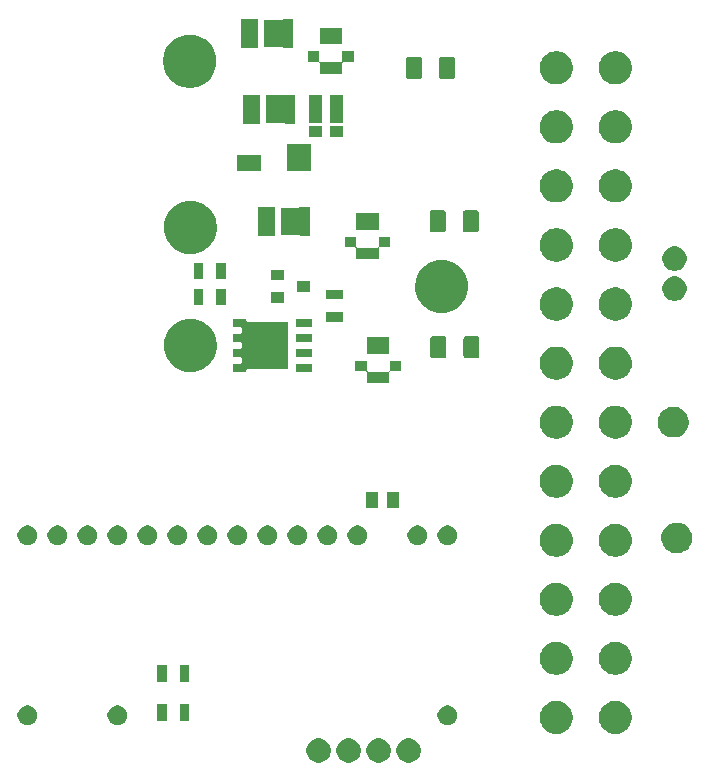
<source format=gbr>
G04 #@! TF.GenerationSoftware,KiCad,Pcbnew,(5.0.1)-rc2*
G04 #@! TF.CreationDate,2018-11-18T14:41:54-07:00*
G04 #@! TF.ProjectId,PowerSupply,506F776572537570706C792E6B696361,rev?*
G04 #@! TF.SameCoordinates,Original*
G04 #@! TF.FileFunction,Soldermask,Top*
G04 #@! TF.FilePolarity,Negative*
%FSLAX46Y46*%
G04 Gerber Fmt 4.6, Leading zero omitted, Abs format (unit mm)*
G04 Created by KiCad (PCBNEW (5.0.1)-rc2) date 11/18/2018 2:41:54 PM*
%MOMM*%
%LPD*%
G01*
G04 APERTURE LIST*
%ADD10C,0.100000*%
G04 APERTURE END LIST*
D10*
G36*
X218723765Y-148298620D02*
X218913289Y-148377123D01*
X219083855Y-148491092D01*
X219228908Y-148636145D01*
X219342877Y-148806711D01*
X219421380Y-148996235D01*
X219461400Y-149197430D01*
X219461400Y-149402570D01*
X219421380Y-149603765D01*
X219342877Y-149793289D01*
X219228908Y-149963855D01*
X219083855Y-150108908D01*
X218913289Y-150222877D01*
X218723765Y-150301380D01*
X218522570Y-150341400D01*
X218317430Y-150341400D01*
X218116235Y-150301380D01*
X217926711Y-150222877D01*
X217756145Y-150108908D01*
X217611092Y-149963855D01*
X217497123Y-149793289D01*
X217418620Y-149603765D01*
X217378600Y-149402570D01*
X217378600Y-149197430D01*
X217418620Y-148996235D01*
X217497123Y-148806711D01*
X217611092Y-148636145D01*
X217756145Y-148491092D01*
X217926711Y-148377123D01*
X218116235Y-148298620D01*
X218317430Y-148258600D01*
X218522570Y-148258600D01*
X218723765Y-148298620D01*
X218723765Y-148298620D01*
G37*
G36*
X221263765Y-148298620D02*
X221453289Y-148377123D01*
X221623855Y-148491092D01*
X221768908Y-148636145D01*
X221882877Y-148806711D01*
X221961380Y-148996235D01*
X222001400Y-149197430D01*
X222001400Y-149402570D01*
X221961380Y-149603765D01*
X221882877Y-149793289D01*
X221768908Y-149963855D01*
X221623855Y-150108908D01*
X221453289Y-150222877D01*
X221263765Y-150301380D01*
X221062570Y-150341400D01*
X220857430Y-150341400D01*
X220656235Y-150301380D01*
X220466711Y-150222877D01*
X220296145Y-150108908D01*
X220151092Y-149963855D01*
X220037123Y-149793289D01*
X219958620Y-149603765D01*
X219918600Y-149402570D01*
X219918600Y-149197430D01*
X219958620Y-148996235D01*
X220037123Y-148806711D01*
X220151092Y-148636145D01*
X220296145Y-148491092D01*
X220466711Y-148377123D01*
X220656235Y-148298620D01*
X220857430Y-148258600D01*
X221062570Y-148258600D01*
X221263765Y-148298620D01*
X221263765Y-148298620D01*
G37*
G36*
X223803765Y-148298620D02*
X223993289Y-148377123D01*
X224163855Y-148491092D01*
X224308908Y-148636145D01*
X224422877Y-148806711D01*
X224501380Y-148996235D01*
X224541400Y-149197430D01*
X224541400Y-149402570D01*
X224501380Y-149603765D01*
X224422877Y-149793289D01*
X224308908Y-149963855D01*
X224163855Y-150108908D01*
X223993289Y-150222877D01*
X223803765Y-150301380D01*
X223602570Y-150341400D01*
X223397430Y-150341400D01*
X223196235Y-150301380D01*
X223006711Y-150222877D01*
X222836145Y-150108908D01*
X222691092Y-149963855D01*
X222577123Y-149793289D01*
X222498620Y-149603765D01*
X222458600Y-149402570D01*
X222458600Y-149197430D01*
X222498620Y-148996235D01*
X222577123Y-148806711D01*
X222691092Y-148636145D01*
X222836145Y-148491092D01*
X223006711Y-148377123D01*
X223196235Y-148298620D01*
X223397430Y-148258600D01*
X223602570Y-148258600D01*
X223803765Y-148298620D01*
X223803765Y-148298620D01*
G37*
G36*
X216183765Y-148298620D02*
X216373289Y-148377123D01*
X216543855Y-148491092D01*
X216688908Y-148636145D01*
X216802877Y-148806711D01*
X216881380Y-148996235D01*
X216921400Y-149197430D01*
X216921400Y-149402570D01*
X216881380Y-149603765D01*
X216802877Y-149793289D01*
X216688908Y-149963855D01*
X216543855Y-150108908D01*
X216373289Y-150222877D01*
X216183765Y-150301380D01*
X215982570Y-150341400D01*
X215777430Y-150341400D01*
X215576235Y-150301380D01*
X215386711Y-150222877D01*
X215216145Y-150108908D01*
X215071092Y-149963855D01*
X214957123Y-149793289D01*
X214878620Y-149603765D01*
X214838600Y-149402570D01*
X214838600Y-149197430D01*
X214878620Y-148996235D01*
X214957123Y-148806711D01*
X215071092Y-148636145D01*
X215216145Y-148491092D01*
X215386711Y-148377123D01*
X215576235Y-148298620D01*
X215777430Y-148258600D01*
X215982570Y-148258600D01*
X216183765Y-148298620D01*
X216183765Y-148298620D01*
G37*
G36*
X241318433Y-145134893D02*
X241408657Y-145152839D01*
X241514267Y-145196585D01*
X241663621Y-145258449D01*
X241893089Y-145411774D01*
X242088226Y-145606911D01*
X242241551Y-145836379D01*
X242347161Y-146091344D01*
X242401000Y-146362012D01*
X242401000Y-146637988D01*
X242347161Y-146908656D01*
X242241551Y-147163621D01*
X242088226Y-147393089D01*
X241893089Y-147588226D01*
X241663621Y-147741551D01*
X241514267Y-147803415D01*
X241408657Y-147847161D01*
X241318433Y-147865107D01*
X241137988Y-147901000D01*
X240862012Y-147901000D01*
X240681567Y-147865107D01*
X240591343Y-147847161D01*
X240485733Y-147803415D01*
X240336379Y-147741551D01*
X240106911Y-147588226D01*
X239911774Y-147393089D01*
X239758449Y-147163621D01*
X239652839Y-146908656D01*
X239599000Y-146637988D01*
X239599000Y-146362012D01*
X239652839Y-146091344D01*
X239758449Y-145836379D01*
X239911774Y-145606911D01*
X240106911Y-145411774D01*
X240336379Y-145258449D01*
X240485733Y-145196585D01*
X240591343Y-145152839D01*
X240681567Y-145134893D01*
X240862012Y-145099000D01*
X241137988Y-145099000D01*
X241318433Y-145134893D01*
X241318433Y-145134893D01*
G37*
G36*
X236318433Y-145134893D02*
X236408657Y-145152839D01*
X236514267Y-145196585D01*
X236663621Y-145258449D01*
X236893089Y-145411774D01*
X237088226Y-145606911D01*
X237241551Y-145836379D01*
X237347161Y-146091344D01*
X237401000Y-146362012D01*
X237401000Y-146637988D01*
X237347161Y-146908656D01*
X237241551Y-147163621D01*
X237088226Y-147393089D01*
X236893089Y-147588226D01*
X236663621Y-147741551D01*
X236514267Y-147803415D01*
X236408657Y-147847161D01*
X236318433Y-147865107D01*
X236137988Y-147901000D01*
X235862012Y-147901000D01*
X235681567Y-147865107D01*
X235591343Y-147847161D01*
X235485733Y-147803415D01*
X235336379Y-147741551D01*
X235106911Y-147588226D01*
X234911774Y-147393089D01*
X234758449Y-147163621D01*
X234652839Y-146908656D01*
X234599000Y-146637988D01*
X234599000Y-146362012D01*
X234652839Y-146091344D01*
X234758449Y-145836379D01*
X234911774Y-145606911D01*
X235106911Y-145411774D01*
X235336379Y-145258449D01*
X235485733Y-145196585D01*
X235591343Y-145152839D01*
X235681567Y-145134893D01*
X235862012Y-145099000D01*
X236137988Y-145099000D01*
X236318433Y-145134893D01*
X236318433Y-145134893D01*
G37*
G36*
X226970560Y-145503079D02*
X227024552Y-145513819D01*
X227177131Y-145577019D01*
X227314449Y-145668772D01*
X227431228Y-145785551D01*
X227522981Y-145922869D01*
X227586181Y-146075448D01*
X227618400Y-146237425D01*
X227618400Y-146402575D01*
X227586181Y-146564552D01*
X227522981Y-146717131D01*
X227431228Y-146854449D01*
X227314449Y-146971228D01*
X227177131Y-147062981D01*
X227024552Y-147126181D01*
X226970560Y-147136921D01*
X226862577Y-147158400D01*
X226697423Y-147158400D01*
X226589440Y-147136921D01*
X226535448Y-147126181D01*
X226382869Y-147062981D01*
X226245551Y-146971228D01*
X226128772Y-146854449D01*
X226037019Y-146717131D01*
X225973819Y-146564552D01*
X225941600Y-146402575D01*
X225941600Y-146237425D01*
X225973819Y-146075448D01*
X226037019Y-145922869D01*
X226128772Y-145785551D01*
X226245551Y-145668772D01*
X226382869Y-145577019D01*
X226535448Y-145513819D01*
X226589440Y-145503079D01*
X226697423Y-145481600D01*
X226862577Y-145481600D01*
X226970560Y-145503079D01*
X226970560Y-145503079D01*
G37*
G36*
X199030560Y-145503079D02*
X199084552Y-145513819D01*
X199237131Y-145577019D01*
X199374449Y-145668772D01*
X199491228Y-145785551D01*
X199582981Y-145922869D01*
X199646181Y-146075448D01*
X199678400Y-146237425D01*
X199678400Y-146402575D01*
X199646181Y-146564552D01*
X199582981Y-146717131D01*
X199491228Y-146854449D01*
X199374449Y-146971228D01*
X199237131Y-147062981D01*
X199084552Y-147126181D01*
X199030560Y-147136921D01*
X198922577Y-147158400D01*
X198757423Y-147158400D01*
X198649440Y-147136921D01*
X198595448Y-147126181D01*
X198442869Y-147062981D01*
X198305551Y-146971228D01*
X198188772Y-146854449D01*
X198097019Y-146717131D01*
X198033819Y-146564552D01*
X198001600Y-146402575D01*
X198001600Y-146237425D01*
X198033819Y-146075448D01*
X198097019Y-145922869D01*
X198188772Y-145785551D01*
X198305551Y-145668772D01*
X198442869Y-145577019D01*
X198595448Y-145513819D01*
X198649440Y-145503079D01*
X198757423Y-145481600D01*
X198922577Y-145481600D01*
X199030560Y-145503079D01*
X199030560Y-145503079D01*
G37*
G36*
X191410560Y-145503079D02*
X191464552Y-145513819D01*
X191617131Y-145577019D01*
X191754449Y-145668772D01*
X191871228Y-145785551D01*
X191962981Y-145922869D01*
X192026181Y-146075448D01*
X192058400Y-146237425D01*
X192058400Y-146402575D01*
X192026181Y-146564552D01*
X191962981Y-146717131D01*
X191871228Y-146854449D01*
X191754449Y-146971228D01*
X191617131Y-147062981D01*
X191464552Y-147126181D01*
X191410560Y-147136921D01*
X191302577Y-147158400D01*
X191137423Y-147158400D01*
X191029440Y-147136921D01*
X190975448Y-147126181D01*
X190822869Y-147062981D01*
X190685551Y-146971228D01*
X190568772Y-146854449D01*
X190477019Y-146717131D01*
X190413819Y-146564552D01*
X190381600Y-146402575D01*
X190381600Y-146237425D01*
X190413819Y-146075448D01*
X190477019Y-145922869D01*
X190568772Y-145785551D01*
X190685551Y-145668772D01*
X190822869Y-145577019D01*
X190975448Y-145513819D01*
X191029440Y-145503079D01*
X191137423Y-145481600D01*
X191302577Y-145481600D01*
X191410560Y-145503079D01*
X191410560Y-145503079D01*
G37*
G36*
X204901000Y-146801000D02*
X204099000Y-146801000D01*
X204099000Y-145399000D01*
X204901000Y-145399000D01*
X204901000Y-146801000D01*
X204901000Y-146801000D01*
G37*
G36*
X203001000Y-146801000D02*
X202199000Y-146801000D01*
X202199000Y-145399000D01*
X203001000Y-145399000D01*
X203001000Y-146801000D01*
X203001000Y-146801000D01*
G37*
G36*
X204901000Y-143501000D02*
X204099000Y-143501000D01*
X204099000Y-142099000D01*
X204901000Y-142099000D01*
X204901000Y-143501000D01*
X204901000Y-143501000D01*
G37*
G36*
X203001000Y-143501000D02*
X202199000Y-143501000D01*
X202199000Y-142099000D01*
X203001000Y-142099000D01*
X203001000Y-143501000D01*
X203001000Y-143501000D01*
G37*
G36*
X236318433Y-140134893D02*
X236408657Y-140152839D01*
X236514267Y-140196585D01*
X236663621Y-140258449D01*
X236893089Y-140411774D01*
X237088226Y-140606911D01*
X237241551Y-140836379D01*
X237347161Y-141091344D01*
X237401000Y-141362012D01*
X237401000Y-141637988D01*
X237347161Y-141908656D01*
X237241551Y-142163621D01*
X237088226Y-142393089D01*
X236893089Y-142588226D01*
X236663621Y-142741551D01*
X236514267Y-142803415D01*
X236408657Y-142847161D01*
X236318433Y-142865107D01*
X236137988Y-142901000D01*
X235862012Y-142901000D01*
X235681567Y-142865107D01*
X235591343Y-142847161D01*
X235485733Y-142803415D01*
X235336379Y-142741551D01*
X235106911Y-142588226D01*
X234911774Y-142393089D01*
X234758449Y-142163621D01*
X234652839Y-141908656D01*
X234599000Y-141637988D01*
X234599000Y-141362012D01*
X234652839Y-141091344D01*
X234758449Y-140836379D01*
X234911774Y-140606911D01*
X235106911Y-140411774D01*
X235336379Y-140258449D01*
X235485733Y-140196585D01*
X235591343Y-140152839D01*
X235681567Y-140134893D01*
X235862012Y-140099000D01*
X236137988Y-140099000D01*
X236318433Y-140134893D01*
X236318433Y-140134893D01*
G37*
G36*
X241318433Y-140134893D02*
X241408657Y-140152839D01*
X241514267Y-140196585D01*
X241663621Y-140258449D01*
X241893089Y-140411774D01*
X242088226Y-140606911D01*
X242241551Y-140836379D01*
X242347161Y-141091344D01*
X242401000Y-141362012D01*
X242401000Y-141637988D01*
X242347161Y-141908656D01*
X242241551Y-142163621D01*
X242088226Y-142393089D01*
X241893089Y-142588226D01*
X241663621Y-142741551D01*
X241514267Y-142803415D01*
X241408657Y-142847161D01*
X241318433Y-142865107D01*
X241137988Y-142901000D01*
X240862012Y-142901000D01*
X240681567Y-142865107D01*
X240591343Y-142847161D01*
X240485733Y-142803415D01*
X240336379Y-142741551D01*
X240106911Y-142588226D01*
X239911774Y-142393089D01*
X239758449Y-142163621D01*
X239652839Y-141908656D01*
X239599000Y-141637988D01*
X239599000Y-141362012D01*
X239652839Y-141091344D01*
X239758449Y-140836379D01*
X239911774Y-140606911D01*
X240106911Y-140411774D01*
X240336379Y-140258449D01*
X240485733Y-140196585D01*
X240591343Y-140152839D01*
X240681567Y-140134893D01*
X240862012Y-140099000D01*
X241137988Y-140099000D01*
X241318433Y-140134893D01*
X241318433Y-140134893D01*
G37*
G36*
X241318433Y-135134893D02*
X241408657Y-135152839D01*
X241514267Y-135196585D01*
X241663621Y-135258449D01*
X241893089Y-135411774D01*
X242088226Y-135606911D01*
X242241551Y-135836379D01*
X242347161Y-136091344D01*
X242401000Y-136362012D01*
X242401000Y-136637988D01*
X242347161Y-136908656D01*
X242241551Y-137163621D01*
X242088226Y-137393089D01*
X241893089Y-137588226D01*
X241663621Y-137741551D01*
X241514267Y-137803415D01*
X241408657Y-137847161D01*
X241318433Y-137865107D01*
X241137988Y-137901000D01*
X240862012Y-137901000D01*
X240681567Y-137865107D01*
X240591343Y-137847161D01*
X240485733Y-137803415D01*
X240336379Y-137741551D01*
X240106911Y-137588226D01*
X239911774Y-137393089D01*
X239758449Y-137163621D01*
X239652839Y-136908656D01*
X239599000Y-136637988D01*
X239599000Y-136362012D01*
X239652839Y-136091344D01*
X239758449Y-135836379D01*
X239911774Y-135606911D01*
X240106911Y-135411774D01*
X240336379Y-135258449D01*
X240485733Y-135196585D01*
X240591343Y-135152839D01*
X240681567Y-135134893D01*
X240862012Y-135099000D01*
X241137988Y-135099000D01*
X241318433Y-135134893D01*
X241318433Y-135134893D01*
G37*
G36*
X236318433Y-135134893D02*
X236408657Y-135152839D01*
X236514267Y-135196585D01*
X236663621Y-135258449D01*
X236893089Y-135411774D01*
X237088226Y-135606911D01*
X237241551Y-135836379D01*
X237347161Y-136091344D01*
X237401000Y-136362012D01*
X237401000Y-136637988D01*
X237347161Y-136908656D01*
X237241551Y-137163621D01*
X237088226Y-137393089D01*
X236893089Y-137588226D01*
X236663621Y-137741551D01*
X236514267Y-137803415D01*
X236408657Y-137847161D01*
X236318433Y-137865107D01*
X236137988Y-137901000D01*
X235862012Y-137901000D01*
X235681567Y-137865107D01*
X235591343Y-137847161D01*
X235485733Y-137803415D01*
X235336379Y-137741551D01*
X235106911Y-137588226D01*
X234911774Y-137393089D01*
X234758449Y-137163621D01*
X234652839Y-136908656D01*
X234599000Y-136637988D01*
X234599000Y-136362012D01*
X234652839Y-136091344D01*
X234758449Y-135836379D01*
X234911774Y-135606911D01*
X235106911Y-135411774D01*
X235336379Y-135258449D01*
X235485733Y-135196585D01*
X235591343Y-135152839D01*
X235681567Y-135134893D01*
X235862012Y-135099000D01*
X236137988Y-135099000D01*
X236318433Y-135134893D01*
X236318433Y-135134893D01*
G37*
G36*
X241318433Y-130134893D02*
X241408657Y-130152839D01*
X241514267Y-130196585D01*
X241663621Y-130258449D01*
X241893089Y-130411774D01*
X242088226Y-130606911D01*
X242241551Y-130836379D01*
X242276400Y-130920512D01*
X242308259Y-130997425D01*
X242347161Y-131091344D01*
X242401000Y-131362012D01*
X242401000Y-131637988D01*
X242382453Y-131731228D01*
X242347161Y-131908657D01*
X242343125Y-131918400D01*
X242241551Y-132163621D01*
X242088226Y-132393089D01*
X241893089Y-132588226D01*
X241663621Y-132741551D01*
X241514267Y-132803415D01*
X241408657Y-132847161D01*
X241318433Y-132865107D01*
X241137988Y-132901000D01*
X240862012Y-132901000D01*
X240681567Y-132865107D01*
X240591343Y-132847161D01*
X240485733Y-132803415D01*
X240336379Y-132741551D01*
X240106911Y-132588226D01*
X239911774Y-132393089D01*
X239758449Y-132163621D01*
X239656875Y-131918400D01*
X239652839Y-131908657D01*
X239617547Y-131731228D01*
X239599000Y-131637988D01*
X239599000Y-131362012D01*
X239652839Y-131091344D01*
X239691742Y-130997425D01*
X239723600Y-130920512D01*
X239758449Y-130836379D01*
X239911774Y-130606911D01*
X240106911Y-130411774D01*
X240336379Y-130258449D01*
X240485733Y-130196585D01*
X240591343Y-130152839D01*
X240681567Y-130134893D01*
X240862012Y-130099000D01*
X241137988Y-130099000D01*
X241318433Y-130134893D01*
X241318433Y-130134893D01*
G37*
G36*
X236318433Y-130134893D02*
X236408657Y-130152839D01*
X236514267Y-130196585D01*
X236663621Y-130258449D01*
X236893089Y-130411774D01*
X237088226Y-130606911D01*
X237241551Y-130836379D01*
X237276400Y-130920512D01*
X237308259Y-130997425D01*
X237347161Y-131091344D01*
X237401000Y-131362012D01*
X237401000Y-131637988D01*
X237382453Y-131731228D01*
X237347161Y-131908657D01*
X237343125Y-131918400D01*
X237241551Y-132163621D01*
X237088226Y-132393089D01*
X236893089Y-132588226D01*
X236663621Y-132741551D01*
X236514267Y-132803415D01*
X236408657Y-132847161D01*
X236318433Y-132865107D01*
X236137988Y-132901000D01*
X235862012Y-132901000D01*
X235681567Y-132865107D01*
X235591343Y-132847161D01*
X235485733Y-132803415D01*
X235336379Y-132741551D01*
X235106911Y-132588226D01*
X234911774Y-132393089D01*
X234758449Y-132163621D01*
X234656875Y-131918400D01*
X234652839Y-131908657D01*
X234617547Y-131731228D01*
X234599000Y-131637988D01*
X234599000Y-131362012D01*
X234652839Y-131091344D01*
X234691742Y-130997425D01*
X234723600Y-130920512D01*
X234758449Y-130836379D01*
X234911774Y-130606911D01*
X235106911Y-130411774D01*
X235336379Y-130258449D01*
X235485733Y-130196585D01*
X235591343Y-130152839D01*
X235681567Y-130134893D01*
X235862012Y-130099000D01*
X236137988Y-130099000D01*
X236318433Y-130134893D01*
X236318433Y-130134893D01*
G37*
G36*
X246579485Y-130048996D02*
X246579487Y-130048997D01*
X246579488Y-130048997D01*
X246700206Y-130099000D01*
X246816255Y-130147069D01*
X247029342Y-130289449D01*
X247210551Y-130470658D01*
X247210553Y-130470661D01*
X247352931Y-130683745D01*
X247416154Y-130836378D01*
X247451004Y-130920515D01*
X247501000Y-131171861D01*
X247501000Y-131428139D01*
X247459259Y-131637986D01*
X247451003Y-131679488D01*
X247391567Y-131822980D01*
X247352931Y-131916255D01*
X247210551Y-132129342D01*
X247029342Y-132310551D01*
X247029339Y-132310553D01*
X246816255Y-132452931D01*
X246579488Y-132551003D01*
X246579487Y-132551003D01*
X246579485Y-132551004D01*
X246328139Y-132601000D01*
X246071861Y-132601000D01*
X245820515Y-132551004D01*
X245820513Y-132551003D01*
X245820512Y-132551003D01*
X245583745Y-132452931D01*
X245370661Y-132310553D01*
X245370658Y-132310551D01*
X245189449Y-132129342D01*
X245047069Y-131916255D01*
X245008433Y-131822980D01*
X244948997Y-131679488D01*
X244940742Y-131637986D01*
X244899000Y-131428139D01*
X244899000Y-131171861D01*
X244948996Y-130920515D01*
X244983847Y-130836378D01*
X245047069Y-130683745D01*
X245189447Y-130470661D01*
X245189449Y-130470658D01*
X245370658Y-130289449D01*
X245583745Y-130147069D01*
X245699794Y-130099000D01*
X245820512Y-130048997D01*
X245820513Y-130048997D01*
X245820515Y-130048996D01*
X246071861Y-129999000D01*
X246328139Y-129999000D01*
X246579485Y-130048996D01*
X246579485Y-130048996D01*
G37*
G36*
X193950560Y-130263079D02*
X194004552Y-130273819D01*
X194157131Y-130337019D01*
X194294449Y-130428772D01*
X194411228Y-130545551D01*
X194502981Y-130682869D01*
X194566181Y-130835448D01*
X194598400Y-130997425D01*
X194598400Y-131162575D01*
X194566181Y-131324552D01*
X194502981Y-131477131D01*
X194411228Y-131614449D01*
X194294449Y-131731228D01*
X194157131Y-131822981D01*
X194004552Y-131886181D01*
X193950560Y-131896921D01*
X193842577Y-131918400D01*
X193677423Y-131918400D01*
X193569440Y-131896921D01*
X193515448Y-131886181D01*
X193362869Y-131822981D01*
X193225551Y-131731228D01*
X193108772Y-131614449D01*
X193017019Y-131477131D01*
X192953819Y-131324552D01*
X192921600Y-131162575D01*
X192921600Y-130997425D01*
X192953819Y-130835448D01*
X193017019Y-130682869D01*
X193108772Y-130545551D01*
X193225551Y-130428772D01*
X193362869Y-130337019D01*
X193515448Y-130273819D01*
X193569440Y-130263079D01*
X193677423Y-130241600D01*
X193842577Y-130241600D01*
X193950560Y-130263079D01*
X193950560Y-130263079D01*
G37*
G36*
X191410560Y-130263079D02*
X191464552Y-130273819D01*
X191617131Y-130337019D01*
X191754449Y-130428772D01*
X191871228Y-130545551D01*
X191962981Y-130682869D01*
X192026181Y-130835448D01*
X192058400Y-130997425D01*
X192058400Y-131162575D01*
X192026181Y-131324552D01*
X191962981Y-131477131D01*
X191871228Y-131614449D01*
X191754449Y-131731228D01*
X191617131Y-131822981D01*
X191464552Y-131886181D01*
X191410560Y-131896921D01*
X191302577Y-131918400D01*
X191137423Y-131918400D01*
X191029440Y-131896921D01*
X190975448Y-131886181D01*
X190822869Y-131822981D01*
X190685551Y-131731228D01*
X190568772Y-131614449D01*
X190477019Y-131477131D01*
X190413819Y-131324552D01*
X190381600Y-131162575D01*
X190381600Y-130997425D01*
X190413819Y-130835448D01*
X190477019Y-130682869D01*
X190568772Y-130545551D01*
X190685551Y-130428772D01*
X190822869Y-130337019D01*
X190975448Y-130273819D01*
X191029440Y-130263079D01*
X191137423Y-130241600D01*
X191302577Y-130241600D01*
X191410560Y-130263079D01*
X191410560Y-130263079D01*
G37*
G36*
X206650560Y-130263079D02*
X206704552Y-130273819D01*
X206857131Y-130337019D01*
X206994449Y-130428772D01*
X207111228Y-130545551D01*
X207202981Y-130682869D01*
X207266181Y-130835448D01*
X207298400Y-130997425D01*
X207298400Y-131162575D01*
X207266181Y-131324552D01*
X207202981Y-131477131D01*
X207111228Y-131614449D01*
X206994449Y-131731228D01*
X206857131Y-131822981D01*
X206704552Y-131886181D01*
X206650560Y-131896921D01*
X206542577Y-131918400D01*
X206377423Y-131918400D01*
X206269440Y-131896921D01*
X206215448Y-131886181D01*
X206062869Y-131822981D01*
X205925551Y-131731228D01*
X205808772Y-131614449D01*
X205717019Y-131477131D01*
X205653819Y-131324552D01*
X205621600Y-131162575D01*
X205621600Y-130997425D01*
X205653819Y-130835448D01*
X205717019Y-130682869D01*
X205808772Y-130545551D01*
X205925551Y-130428772D01*
X206062869Y-130337019D01*
X206215448Y-130273819D01*
X206269440Y-130263079D01*
X206377423Y-130241600D01*
X206542577Y-130241600D01*
X206650560Y-130263079D01*
X206650560Y-130263079D01*
G37*
G36*
X196490560Y-130263079D02*
X196544552Y-130273819D01*
X196697131Y-130337019D01*
X196834449Y-130428772D01*
X196951228Y-130545551D01*
X197042981Y-130682869D01*
X197106181Y-130835448D01*
X197138400Y-130997425D01*
X197138400Y-131162575D01*
X197106181Y-131324552D01*
X197042981Y-131477131D01*
X196951228Y-131614449D01*
X196834449Y-131731228D01*
X196697131Y-131822981D01*
X196544552Y-131886181D01*
X196490560Y-131896921D01*
X196382577Y-131918400D01*
X196217423Y-131918400D01*
X196109440Y-131896921D01*
X196055448Y-131886181D01*
X195902869Y-131822981D01*
X195765551Y-131731228D01*
X195648772Y-131614449D01*
X195557019Y-131477131D01*
X195493819Y-131324552D01*
X195461600Y-131162575D01*
X195461600Y-130997425D01*
X195493819Y-130835448D01*
X195557019Y-130682869D01*
X195648772Y-130545551D01*
X195765551Y-130428772D01*
X195902869Y-130337019D01*
X196055448Y-130273819D01*
X196109440Y-130263079D01*
X196217423Y-130241600D01*
X196382577Y-130241600D01*
X196490560Y-130263079D01*
X196490560Y-130263079D01*
G37*
G36*
X199030560Y-130263079D02*
X199084552Y-130273819D01*
X199237131Y-130337019D01*
X199374449Y-130428772D01*
X199491228Y-130545551D01*
X199582981Y-130682869D01*
X199646181Y-130835448D01*
X199678400Y-130997425D01*
X199678400Y-131162575D01*
X199646181Y-131324552D01*
X199582981Y-131477131D01*
X199491228Y-131614449D01*
X199374449Y-131731228D01*
X199237131Y-131822981D01*
X199084552Y-131886181D01*
X199030560Y-131896921D01*
X198922577Y-131918400D01*
X198757423Y-131918400D01*
X198649440Y-131896921D01*
X198595448Y-131886181D01*
X198442869Y-131822981D01*
X198305551Y-131731228D01*
X198188772Y-131614449D01*
X198097019Y-131477131D01*
X198033819Y-131324552D01*
X198001600Y-131162575D01*
X198001600Y-130997425D01*
X198033819Y-130835448D01*
X198097019Y-130682869D01*
X198188772Y-130545551D01*
X198305551Y-130428772D01*
X198442869Y-130337019D01*
X198595448Y-130273819D01*
X198649440Y-130263079D01*
X198757423Y-130241600D01*
X198922577Y-130241600D01*
X199030560Y-130263079D01*
X199030560Y-130263079D01*
G37*
G36*
X201570560Y-130263079D02*
X201624552Y-130273819D01*
X201777131Y-130337019D01*
X201914449Y-130428772D01*
X202031228Y-130545551D01*
X202122981Y-130682869D01*
X202186181Y-130835448D01*
X202218400Y-130997425D01*
X202218400Y-131162575D01*
X202186181Y-131324552D01*
X202122981Y-131477131D01*
X202031228Y-131614449D01*
X201914449Y-131731228D01*
X201777131Y-131822981D01*
X201624552Y-131886181D01*
X201570560Y-131896921D01*
X201462577Y-131918400D01*
X201297423Y-131918400D01*
X201189440Y-131896921D01*
X201135448Y-131886181D01*
X200982869Y-131822981D01*
X200845551Y-131731228D01*
X200728772Y-131614449D01*
X200637019Y-131477131D01*
X200573819Y-131324552D01*
X200541600Y-131162575D01*
X200541600Y-130997425D01*
X200573819Y-130835448D01*
X200637019Y-130682869D01*
X200728772Y-130545551D01*
X200845551Y-130428772D01*
X200982869Y-130337019D01*
X201135448Y-130273819D01*
X201189440Y-130263079D01*
X201297423Y-130241600D01*
X201462577Y-130241600D01*
X201570560Y-130263079D01*
X201570560Y-130263079D01*
G37*
G36*
X204110560Y-130263079D02*
X204164552Y-130273819D01*
X204317131Y-130337019D01*
X204454449Y-130428772D01*
X204571228Y-130545551D01*
X204662981Y-130682869D01*
X204726181Y-130835448D01*
X204758400Y-130997425D01*
X204758400Y-131162575D01*
X204726181Y-131324552D01*
X204662981Y-131477131D01*
X204571228Y-131614449D01*
X204454449Y-131731228D01*
X204317131Y-131822981D01*
X204164552Y-131886181D01*
X204110560Y-131896921D01*
X204002577Y-131918400D01*
X203837423Y-131918400D01*
X203729440Y-131896921D01*
X203675448Y-131886181D01*
X203522869Y-131822981D01*
X203385551Y-131731228D01*
X203268772Y-131614449D01*
X203177019Y-131477131D01*
X203113819Y-131324552D01*
X203081600Y-131162575D01*
X203081600Y-130997425D01*
X203113819Y-130835448D01*
X203177019Y-130682869D01*
X203268772Y-130545551D01*
X203385551Y-130428772D01*
X203522869Y-130337019D01*
X203675448Y-130273819D01*
X203729440Y-130263079D01*
X203837423Y-130241600D01*
X204002577Y-130241600D01*
X204110560Y-130263079D01*
X204110560Y-130263079D01*
G37*
G36*
X211730560Y-130263079D02*
X211784552Y-130273819D01*
X211937131Y-130337019D01*
X212074449Y-130428772D01*
X212191228Y-130545551D01*
X212282981Y-130682869D01*
X212346181Y-130835448D01*
X212378400Y-130997425D01*
X212378400Y-131162575D01*
X212346181Y-131324552D01*
X212282981Y-131477131D01*
X212191228Y-131614449D01*
X212074449Y-131731228D01*
X211937131Y-131822981D01*
X211784552Y-131886181D01*
X211730560Y-131896921D01*
X211622577Y-131918400D01*
X211457423Y-131918400D01*
X211349440Y-131896921D01*
X211295448Y-131886181D01*
X211142869Y-131822981D01*
X211005551Y-131731228D01*
X210888772Y-131614449D01*
X210797019Y-131477131D01*
X210733819Y-131324552D01*
X210701600Y-131162575D01*
X210701600Y-130997425D01*
X210733819Y-130835448D01*
X210797019Y-130682869D01*
X210888772Y-130545551D01*
X211005551Y-130428772D01*
X211142869Y-130337019D01*
X211295448Y-130273819D01*
X211349440Y-130263079D01*
X211457423Y-130241600D01*
X211622577Y-130241600D01*
X211730560Y-130263079D01*
X211730560Y-130263079D01*
G37*
G36*
X214270560Y-130263079D02*
X214324552Y-130273819D01*
X214477131Y-130337019D01*
X214614449Y-130428772D01*
X214731228Y-130545551D01*
X214822981Y-130682869D01*
X214886181Y-130835448D01*
X214918400Y-130997425D01*
X214918400Y-131162575D01*
X214886181Y-131324552D01*
X214822981Y-131477131D01*
X214731228Y-131614449D01*
X214614449Y-131731228D01*
X214477131Y-131822981D01*
X214324552Y-131886181D01*
X214270560Y-131896921D01*
X214162577Y-131918400D01*
X213997423Y-131918400D01*
X213889440Y-131896921D01*
X213835448Y-131886181D01*
X213682869Y-131822981D01*
X213545551Y-131731228D01*
X213428772Y-131614449D01*
X213337019Y-131477131D01*
X213273819Y-131324552D01*
X213241600Y-131162575D01*
X213241600Y-130997425D01*
X213273819Y-130835448D01*
X213337019Y-130682869D01*
X213428772Y-130545551D01*
X213545551Y-130428772D01*
X213682869Y-130337019D01*
X213835448Y-130273819D01*
X213889440Y-130263079D01*
X213997423Y-130241600D01*
X214162577Y-130241600D01*
X214270560Y-130263079D01*
X214270560Y-130263079D01*
G37*
G36*
X226970560Y-130263079D02*
X227024552Y-130273819D01*
X227177131Y-130337019D01*
X227314449Y-130428772D01*
X227431228Y-130545551D01*
X227522981Y-130682869D01*
X227586181Y-130835448D01*
X227618400Y-130997425D01*
X227618400Y-131162575D01*
X227586181Y-131324552D01*
X227522981Y-131477131D01*
X227431228Y-131614449D01*
X227314449Y-131731228D01*
X227177131Y-131822981D01*
X227024552Y-131886181D01*
X226970560Y-131896921D01*
X226862577Y-131918400D01*
X226697423Y-131918400D01*
X226589440Y-131896921D01*
X226535448Y-131886181D01*
X226382869Y-131822981D01*
X226245551Y-131731228D01*
X226128772Y-131614449D01*
X226037019Y-131477131D01*
X225973819Y-131324552D01*
X225941600Y-131162575D01*
X225941600Y-130997425D01*
X225973819Y-130835448D01*
X226037019Y-130682869D01*
X226128772Y-130545551D01*
X226245551Y-130428772D01*
X226382869Y-130337019D01*
X226535448Y-130273819D01*
X226589440Y-130263079D01*
X226697423Y-130241600D01*
X226862577Y-130241600D01*
X226970560Y-130263079D01*
X226970560Y-130263079D01*
G37*
G36*
X224430560Y-130263079D02*
X224484552Y-130273819D01*
X224637131Y-130337019D01*
X224774449Y-130428772D01*
X224891228Y-130545551D01*
X224982981Y-130682869D01*
X225046181Y-130835448D01*
X225078400Y-130997425D01*
X225078400Y-131162575D01*
X225046181Y-131324552D01*
X224982981Y-131477131D01*
X224891228Y-131614449D01*
X224774449Y-131731228D01*
X224637131Y-131822981D01*
X224484552Y-131886181D01*
X224430560Y-131896921D01*
X224322577Y-131918400D01*
X224157423Y-131918400D01*
X224049440Y-131896921D01*
X223995448Y-131886181D01*
X223842869Y-131822981D01*
X223705551Y-131731228D01*
X223588772Y-131614449D01*
X223497019Y-131477131D01*
X223433819Y-131324552D01*
X223401600Y-131162575D01*
X223401600Y-130997425D01*
X223433819Y-130835448D01*
X223497019Y-130682869D01*
X223588772Y-130545551D01*
X223705551Y-130428772D01*
X223842869Y-130337019D01*
X223995448Y-130273819D01*
X224049440Y-130263079D01*
X224157423Y-130241600D01*
X224322577Y-130241600D01*
X224430560Y-130263079D01*
X224430560Y-130263079D01*
G37*
G36*
X219350560Y-130263079D02*
X219404552Y-130273819D01*
X219557131Y-130337019D01*
X219694449Y-130428772D01*
X219811228Y-130545551D01*
X219902981Y-130682869D01*
X219966181Y-130835448D01*
X219998400Y-130997425D01*
X219998400Y-131162575D01*
X219966181Y-131324552D01*
X219902981Y-131477131D01*
X219811228Y-131614449D01*
X219694449Y-131731228D01*
X219557131Y-131822981D01*
X219404552Y-131886181D01*
X219350560Y-131896921D01*
X219242577Y-131918400D01*
X219077423Y-131918400D01*
X218969440Y-131896921D01*
X218915448Y-131886181D01*
X218762869Y-131822981D01*
X218625551Y-131731228D01*
X218508772Y-131614449D01*
X218417019Y-131477131D01*
X218353819Y-131324552D01*
X218321600Y-131162575D01*
X218321600Y-130997425D01*
X218353819Y-130835448D01*
X218417019Y-130682869D01*
X218508772Y-130545551D01*
X218625551Y-130428772D01*
X218762869Y-130337019D01*
X218915448Y-130273819D01*
X218969440Y-130263079D01*
X219077423Y-130241600D01*
X219242577Y-130241600D01*
X219350560Y-130263079D01*
X219350560Y-130263079D01*
G37*
G36*
X216810560Y-130263079D02*
X216864552Y-130273819D01*
X217017131Y-130337019D01*
X217154449Y-130428772D01*
X217271228Y-130545551D01*
X217362981Y-130682869D01*
X217426181Y-130835448D01*
X217458400Y-130997425D01*
X217458400Y-131162575D01*
X217426181Y-131324552D01*
X217362981Y-131477131D01*
X217271228Y-131614449D01*
X217154449Y-131731228D01*
X217017131Y-131822981D01*
X216864552Y-131886181D01*
X216810560Y-131896921D01*
X216702577Y-131918400D01*
X216537423Y-131918400D01*
X216429440Y-131896921D01*
X216375448Y-131886181D01*
X216222869Y-131822981D01*
X216085551Y-131731228D01*
X215968772Y-131614449D01*
X215877019Y-131477131D01*
X215813819Y-131324552D01*
X215781600Y-131162575D01*
X215781600Y-130997425D01*
X215813819Y-130835448D01*
X215877019Y-130682869D01*
X215968772Y-130545551D01*
X216085551Y-130428772D01*
X216222869Y-130337019D01*
X216375448Y-130273819D01*
X216429440Y-130263079D01*
X216537423Y-130241600D01*
X216702577Y-130241600D01*
X216810560Y-130263079D01*
X216810560Y-130263079D01*
G37*
G36*
X209190560Y-130263079D02*
X209244552Y-130273819D01*
X209397131Y-130337019D01*
X209534449Y-130428772D01*
X209651228Y-130545551D01*
X209742981Y-130682869D01*
X209806181Y-130835448D01*
X209838400Y-130997425D01*
X209838400Y-131162575D01*
X209806181Y-131324552D01*
X209742981Y-131477131D01*
X209651228Y-131614449D01*
X209534449Y-131731228D01*
X209397131Y-131822981D01*
X209244552Y-131886181D01*
X209190560Y-131896921D01*
X209082577Y-131918400D01*
X208917423Y-131918400D01*
X208809440Y-131896921D01*
X208755448Y-131886181D01*
X208602869Y-131822981D01*
X208465551Y-131731228D01*
X208348772Y-131614449D01*
X208257019Y-131477131D01*
X208193819Y-131324552D01*
X208161600Y-131162575D01*
X208161600Y-130997425D01*
X208193819Y-130835448D01*
X208257019Y-130682869D01*
X208348772Y-130545551D01*
X208465551Y-130428772D01*
X208602869Y-130337019D01*
X208755448Y-130273819D01*
X208809440Y-130263079D01*
X208917423Y-130241600D01*
X209082577Y-130241600D01*
X209190560Y-130263079D01*
X209190560Y-130263079D01*
G37*
G36*
X220902060Y-128801040D02*
X219901300Y-128801040D01*
X219901300Y-127398960D01*
X220902060Y-127398960D01*
X220902060Y-128801040D01*
X220902060Y-128801040D01*
G37*
G36*
X222700380Y-128801040D02*
X221699620Y-128801040D01*
X221699620Y-127398960D01*
X222700380Y-127398960D01*
X222700380Y-128801040D01*
X222700380Y-128801040D01*
G37*
G36*
X241318433Y-125134893D02*
X241408657Y-125152839D01*
X241514267Y-125196585D01*
X241663621Y-125258449D01*
X241893089Y-125411774D01*
X242088226Y-125606911D01*
X242241551Y-125836379D01*
X242347161Y-126091344D01*
X242401000Y-126362012D01*
X242401000Y-126637988D01*
X242347161Y-126908656D01*
X242241551Y-127163621D01*
X242088226Y-127393089D01*
X241893089Y-127588226D01*
X241663621Y-127741551D01*
X241514267Y-127803415D01*
X241408657Y-127847161D01*
X241318433Y-127865107D01*
X241137988Y-127901000D01*
X240862012Y-127901000D01*
X240681567Y-127865107D01*
X240591343Y-127847161D01*
X240485733Y-127803415D01*
X240336379Y-127741551D01*
X240106911Y-127588226D01*
X239911774Y-127393089D01*
X239758449Y-127163621D01*
X239652839Y-126908656D01*
X239599000Y-126637988D01*
X239599000Y-126362012D01*
X239652839Y-126091344D01*
X239758449Y-125836379D01*
X239911774Y-125606911D01*
X240106911Y-125411774D01*
X240336379Y-125258449D01*
X240485733Y-125196585D01*
X240591343Y-125152839D01*
X240681567Y-125134893D01*
X240862012Y-125099000D01*
X241137988Y-125099000D01*
X241318433Y-125134893D01*
X241318433Y-125134893D01*
G37*
G36*
X236318433Y-125134893D02*
X236408657Y-125152839D01*
X236514267Y-125196585D01*
X236663621Y-125258449D01*
X236893089Y-125411774D01*
X237088226Y-125606911D01*
X237241551Y-125836379D01*
X237347161Y-126091344D01*
X237401000Y-126362012D01*
X237401000Y-126637988D01*
X237347161Y-126908656D01*
X237241551Y-127163621D01*
X237088226Y-127393089D01*
X236893089Y-127588226D01*
X236663621Y-127741551D01*
X236514267Y-127803415D01*
X236408657Y-127847161D01*
X236318433Y-127865107D01*
X236137988Y-127901000D01*
X235862012Y-127901000D01*
X235681567Y-127865107D01*
X235591343Y-127847161D01*
X235485733Y-127803415D01*
X235336379Y-127741551D01*
X235106911Y-127588226D01*
X234911774Y-127393089D01*
X234758449Y-127163621D01*
X234652839Y-126908656D01*
X234599000Y-126637988D01*
X234599000Y-126362012D01*
X234652839Y-126091344D01*
X234758449Y-125836379D01*
X234911774Y-125606911D01*
X235106911Y-125411774D01*
X235336379Y-125258449D01*
X235485733Y-125196585D01*
X235591343Y-125152839D01*
X235681567Y-125134893D01*
X235862012Y-125099000D01*
X236137988Y-125099000D01*
X236318433Y-125134893D01*
X236318433Y-125134893D01*
G37*
G36*
X236318433Y-120134893D02*
X236408657Y-120152839D01*
X236514267Y-120196585D01*
X236663621Y-120258449D01*
X236893089Y-120411774D01*
X237088226Y-120606911D01*
X237241551Y-120836379D01*
X237303415Y-120985733D01*
X237347161Y-121091343D01*
X237401000Y-121362014D01*
X237401000Y-121637986D01*
X237352964Y-121879485D01*
X237347161Y-121908656D01*
X237241551Y-122163621D01*
X237088226Y-122393089D01*
X236893089Y-122588226D01*
X236663621Y-122741551D01*
X236520098Y-122801000D01*
X236408657Y-122847161D01*
X236318433Y-122865107D01*
X236137988Y-122901000D01*
X235862012Y-122901000D01*
X235681567Y-122865107D01*
X235591343Y-122847161D01*
X235479902Y-122801000D01*
X235336379Y-122741551D01*
X235106911Y-122588226D01*
X234911774Y-122393089D01*
X234758449Y-122163621D01*
X234652839Y-121908656D01*
X234647037Y-121879485D01*
X234599000Y-121637986D01*
X234599000Y-121362014D01*
X234652839Y-121091343D01*
X234696585Y-120985733D01*
X234758449Y-120836379D01*
X234911774Y-120606911D01*
X235106911Y-120411774D01*
X235336379Y-120258449D01*
X235485733Y-120196585D01*
X235591343Y-120152839D01*
X235681567Y-120134893D01*
X235862012Y-120099000D01*
X236137988Y-120099000D01*
X236318433Y-120134893D01*
X236318433Y-120134893D01*
G37*
G36*
X241318433Y-120134893D02*
X241408657Y-120152839D01*
X241514267Y-120196585D01*
X241663621Y-120258449D01*
X241893089Y-120411774D01*
X242088226Y-120606911D01*
X242241551Y-120836379D01*
X242303415Y-120985733D01*
X242347161Y-121091343D01*
X242401000Y-121362014D01*
X242401000Y-121637986D01*
X242352964Y-121879485D01*
X242347161Y-121908656D01*
X242241551Y-122163621D01*
X242088226Y-122393089D01*
X241893089Y-122588226D01*
X241663621Y-122741551D01*
X241520098Y-122801000D01*
X241408657Y-122847161D01*
X241318433Y-122865107D01*
X241137988Y-122901000D01*
X240862012Y-122901000D01*
X240681567Y-122865107D01*
X240591343Y-122847161D01*
X240479902Y-122801000D01*
X240336379Y-122741551D01*
X240106911Y-122588226D01*
X239911774Y-122393089D01*
X239758449Y-122163621D01*
X239652839Y-121908656D01*
X239647037Y-121879485D01*
X239599000Y-121637986D01*
X239599000Y-121362014D01*
X239652839Y-121091343D01*
X239696585Y-120985733D01*
X239758449Y-120836379D01*
X239911774Y-120606911D01*
X240106911Y-120411774D01*
X240336379Y-120258449D01*
X240485733Y-120196585D01*
X240591343Y-120152839D01*
X240681567Y-120134893D01*
X240862012Y-120099000D01*
X241137988Y-120099000D01*
X241318433Y-120134893D01*
X241318433Y-120134893D01*
G37*
G36*
X246279485Y-120248996D02*
X246279487Y-120248997D01*
X246279488Y-120248997D01*
X246516255Y-120347069D01*
X246729342Y-120489449D01*
X246910551Y-120670658D01*
X247052931Y-120883745D01*
X247151004Y-121120515D01*
X247201000Y-121371861D01*
X247201000Y-121628139D01*
X247151004Y-121879485D01*
X247052931Y-122116255D01*
X246910551Y-122329342D01*
X246729342Y-122510551D01*
X246729339Y-122510553D01*
X246516255Y-122652931D01*
X246279488Y-122751003D01*
X246279487Y-122751003D01*
X246279485Y-122751004D01*
X246028139Y-122801000D01*
X245771861Y-122801000D01*
X245520515Y-122751004D01*
X245520513Y-122751003D01*
X245520512Y-122751003D01*
X245283745Y-122652931D01*
X245070661Y-122510553D01*
X245070658Y-122510551D01*
X244889449Y-122329342D01*
X244747069Y-122116255D01*
X244648996Y-121879485D01*
X244599000Y-121628139D01*
X244599000Y-121371861D01*
X244648996Y-121120515D01*
X244747069Y-120883745D01*
X244889449Y-120670658D01*
X245070658Y-120489449D01*
X245283745Y-120347069D01*
X245520512Y-120248997D01*
X245520513Y-120248997D01*
X245520515Y-120248996D01*
X245771861Y-120199000D01*
X246028139Y-120199000D01*
X246279485Y-120248996D01*
X246279485Y-120248996D01*
G37*
G36*
X219942000Y-117097000D02*
X219944402Y-117121386D01*
X219951515Y-117144835D01*
X219963066Y-117166446D01*
X219978612Y-117185388D01*
X219997554Y-117200934D01*
X220019165Y-117212485D01*
X220042614Y-117219598D01*
X220067000Y-117222000D01*
X221765000Y-117222000D01*
X221789386Y-117219598D01*
X221812835Y-117212485D01*
X221834446Y-117200934D01*
X221853388Y-117185388D01*
X221868934Y-117166446D01*
X221880485Y-117144835D01*
X221887598Y-117121386D01*
X221890000Y-117097000D01*
X221890000Y-116297000D01*
X222842000Y-116297000D01*
X222842000Y-117199000D01*
X221992000Y-117199000D01*
X221967614Y-117201402D01*
X221944165Y-117208515D01*
X221922554Y-117220066D01*
X221903612Y-117235612D01*
X221888066Y-117254554D01*
X221876515Y-117276165D01*
X221869402Y-117299614D01*
X221867000Y-117324000D01*
X221867000Y-118174000D01*
X219965000Y-118174000D01*
X219965000Y-117324000D01*
X219962598Y-117299614D01*
X219955485Y-117276165D01*
X219943934Y-117254554D01*
X219928388Y-117235612D01*
X219909446Y-117220066D01*
X219887835Y-117208515D01*
X219864386Y-117201402D01*
X219840000Y-117199000D01*
X218990000Y-117199000D01*
X218990000Y-116297000D01*
X219942000Y-116297000D01*
X219942000Y-117097000D01*
X219942000Y-117097000D01*
G37*
G36*
X241318433Y-115134893D02*
X241408657Y-115152839D01*
X241470332Y-115178386D01*
X241663621Y-115258449D01*
X241893089Y-115411774D01*
X242088226Y-115606911D01*
X242241551Y-115836379D01*
X242249367Y-115855249D01*
X242347161Y-116091343D01*
X242354299Y-116127231D01*
X242401000Y-116362012D01*
X242401000Y-116637988D01*
X242369371Y-116797000D01*
X242347765Y-116905622D01*
X242347161Y-116908656D01*
X242241551Y-117163621D01*
X242088226Y-117393089D01*
X241893089Y-117588226D01*
X241663621Y-117741551D01*
X241514267Y-117803415D01*
X241408657Y-117847161D01*
X241318433Y-117865107D01*
X241137988Y-117901000D01*
X240862012Y-117901000D01*
X240681567Y-117865107D01*
X240591343Y-117847161D01*
X240485733Y-117803415D01*
X240336379Y-117741551D01*
X240106911Y-117588226D01*
X239911774Y-117393089D01*
X239758449Y-117163621D01*
X239652839Y-116908656D01*
X239652236Y-116905622D01*
X239630629Y-116797000D01*
X239599000Y-116637988D01*
X239599000Y-116362012D01*
X239645701Y-116127231D01*
X239652839Y-116091343D01*
X239750633Y-115855249D01*
X239758449Y-115836379D01*
X239911774Y-115606911D01*
X240106911Y-115411774D01*
X240336379Y-115258449D01*
X240529668Y-115178386D01*
X240591343Y-115152839D01*
X240681567Y-115134893D01*
X240862012Y-115099000D01*
X241137988Y-115099000D01*
X241318433Y-115134893D01*
X241318433Y-115134893D01*
G37*
G36*
X236318433Y-115134893D02*
X236408657Y-115152839D01*
X236470332Y-115178386D01*
X236663621Y-115258449D01*
X236893089Y-115411774D01*
X237088226Y-115606911D01*
X237241551Y-115836379D01*
X237249367Y-115855249D01*
X237347161Y-116091343D01*
X237354299Y-116127231D01*
X237401000Y-116362012D01*
X237401000Y-116637988D01*
X237369371Y-116797000D01*
X237347765Y-116905622D01*
X237347161Y-116908656D01*
X237241551Y-117163621D01*
X237088226Y-117393089D01*
X236893089Y-117588226D01*
X236663621Y-117741551D01*
X236514267Y-117803415D01*
X236408657Y-117847161D01*
X236318433Y-117865107D01*
X236137988Y-117901000D01*
X235862012Y-117901000D01*
X235681567Y-117865107D01*
X235591343Y-117847161D01*
X235485733Y-117803415D01*
X235336379Y-117741551D01*
X235106911Y-117588226D01*
X234911774Y-117393089D01*
X234758449Y-117163621D01*
X234652839Y-116908656D01*
X234652236Y-116905622D01*
X234630629Y-116797000D01*
X234599000Y-116637988D01*
X234599000Y-116362012D01*
X234645701Y-116127231D01*
X234652839Y-116091343D01*
X234750633Y-115855249D01*
X234758449Y-115836379D01*
X234911774Y-115606911D01*
X235106911Y-115411774D01*
X235336379Y-115258449D01*
X235529668Y-115178386D01*
X235591343Y-115152839D01*
X235681567Y-115134893D01*
X235862012Y-115099000D01*
X236137988Y-115099000D01*
X236318433Y-115134893D01*
X236318433Y-115134893D01*
G37*
G36*
X215356000Y-117261000D02*
X213984000Y-117261000D01*
X213984000Y-116549000D01*
X215356000Y-116549000D01*
X215356000Y-117261000D01*
X215356000Y-117261000D01*
G37*
G36*
X209766000Y-112869000D02*
X209768402Y-112893386D01*
X209775515Y-112916835D01*
X209787066Y-112938446D01*
X209802612Y-112957388D01*
X209821554Y-112972934D01*
X209843165Y-112984485D01*
X209866614Y-112991598D01*
X209891000Y-112994000D01*
X213266000Y-112994000D01*
X213266000Y-117006000D01*
X209891000Y-117006000D01*
X209866614Y-117008402D01*
X209843165Y-117015515D01*
X209821554Y-117027066D01*
X209802612Y-117042612D01*
X209787066Y-117061554D01*
X209775515Y-117083165D01*
X209768402Y-117106614D01*
X209766000Y-117131000D01*
X209766000Y-117261000D01*
X208644000Y-117261000D01*
X208644000Y-116549000D01*
X209229000Y-116549000D01*
X209253386Y-116546598D01*
X209276835Y-116539485D01*
X209298446Y-116527934D01*
X209317388Y-116512388D01*
X209332934Y-116493446D01*
X209344485Y-116471835D01*
X209351598Y-116448386D01*
X209354000Y-116424000D01*
X209354000Y-116116000D01*
X209351598Y-116091614D01*
X209344485Y-116068165D01*
X209332934Y-116046554D01*
X209317388Y-116027612D01*
X209298446Y-116012066D01*
X209276835Y-116000515D01*
X209253386Y-115993402D01*
X209229000Y-115991000D01*
X208644000Y-115991000D01*
X208644000Y-115279000D01*
X209229000Y-115279000D01*
X209253386Y-115276598D01*
X209276835Y-115269485D01*
X209298446Y-115257934D01*
X209317388Y-115242388D01*
X209332934Y-115223446D01*
X209344485Y-115201835D01*
X209351598Y-115178386D01*
X209354000Y-115154000D01*
X209354000Y-114846000D01*
X209351598Y-114821614D01*
X209344485Y-114798165D01*
X209332934Y-114776554D01*
X209317388Y-114757612D01*
X209298446Y-114742066D01*
X209276835Y-114730515D01*
X209253386Y-114723402D01*
X209229000Y-114721000D01*
X208644000Y-114721000D01*
X208644000Y-114009000D01*
X209229000Y-114009000D01*
X209253386Y-114006598D01*
X209276835Y-113999485D01*
X209298446Y-113987934D01*
X209317388Y-113972388D01*
X209332934Y-113953446D01*
X209344485Y-113931835D01*
X209351598Y-113908386D01*
X209354000Y-113884000D01*
X209354000Y-113576000D01*
X209351598Y-113551614D01*
X209344485Y-113528165D01*
X209332934Y-113506554D01*
X209317388Y-113487612D01*
X209298446Y-113472066D01*
X209276835Y-113460515D01*
X209253386Y-113453402D01*
X209229000Y-113451000D01*
X208644000Y-113451000D01*
X208644000Y-112739000D01*
X209766000Y-112739000D01*
X209766000Y-112869000D01*
X209766000Y-112869000D01*
G37*
G36*
X205308445Y-112766254D02*
X205656593Y-112835504D01*
X206066249Y-113005189D01*
X206434929Y-113251534D01*
X206748466Y-113565071D01*
X206994811Y-113933751D01*
X207164496Y-114343407D01*
X207215336Y-114599000D01*
X207251000Y-114778294D01*
X207251000Y-115221706D01*
X207243691Y-115258449D01*
X207164496Y-115656593D01*
X206994811Y-116066249D01*
X206748466Y-116434929D01*
X206434929Y-116748466D01*
X206066249Y-116994811D01*
X205656593Y-117164496D01*
X205308445Y-117233746D01*
X205221706Y-117251000D01*
X204778294Y-117251000D01*
X204691555Y-117233746D01*
X204343407Y-117164496D01*
X203933751Y-116994811D01*
X203565071Y-116748466D01*
X203251534Y-116434929D01*
X203005189Y-116066249D01*
X202835504Y-115656593D01*
X202756309Y-115258449D01*
X202749000Y-115221706D01*
X202749000Y-114778294D01*
X202784664Y-114599000D01*
X202835504Y-114343407D01*
X203005189Y-113933751D01*
X203251534Y-113565071D01*
X203565071Y-113251534D01*
X203933751Y-113005189D01*
X204343407Y-112835504D01*
X204691555Y-112766254D01*
X204778294Y-112749000D01*
X205221706Y-112749000D01*
X205308445Y-112766254D01*
X205308445Y-112766254D01*
G37*
G36*
X226534604Y-114226347D02*
X226571145Y-114237432D01*
X226604820Y-114255431D01*
X226634341Y-114279659D01*
X226658569Y-114309180D01*
X226676568Y-114342855D01*
X226687653Y-114379396D01*
X226692000Y-114423538D01*
X226692000Y-115872462D01*
X226687653Y-115916604D01*
X226676568Y-115953145D01*
X226658569Y-115986820D01*
X226634341Y-116016341D01*
X226604820Y-116040569D01*
X226571145Y-116058568D01*
X226534604Y-116069653D01*
X226490462Y-116074000D01*
X225541538Y-116074000D01*
X225497396Y-116069653D01*
X225460855Y-116058568D01*
X225427180Y-116040569D01*
X225397659Y-116016341D01*
X225373431Y-115986820D01*
X225355432Y-115953145D01*
X225344347Y-115916604D01*
X225340000Y-115872462D01*
X225340000Y-114423538D01*
X225344347Y-114379396D01*
X225355432Y-114342855D01*
X225373431Y-114309180D01*
X225397659Y-114279659D01*
X225427180Y-114255431D01*
X225460855Y-114237432D01*
X225497396Y-114226347D01*
X225541538Y-114222000D01*
X226490462Y-114222000D01*
X226534604Y-114226347D01*
X226534604Y-114226347D01*
G37*
G36*
X229334604Y-114226347D02*
X229371145Y-114237432D01*
X229404820Y-114255431D01*
X229434341Y-114279659D01*
X229458569Y-114309180D01*
X229476568Y-114342855D01*
X229487653Y-114379396D01*
X229492000Y-114423538D01*
X229492000Y-115872462D01*
X229487653Y-115916604D01*
X229476568Y-115953145D01*
X229458569Y-115986820D01*
X229434341Y-116016341D01*
X229404820Y-116040569D01*
X229371145Y-116058568D01*
X229334604Y-116069653D01*
X229290462Y-116074000D01*
X228341538Y-116074000D01*
X228297396Y-116069653D01*
X228260855Y-116058568D01*
X228227180Y-116040569D01*
X228197659Y-116016341D01*
X228173431Y-115986820D01*
X228155432Y-115953145D01*
X228144347Y-115916604D01*
X228140000Y-115872462D01*
X228140000Y-114423538D01*
X228144347Y-114379396D01*
X228155432Y-114342855D01*
X228173431Y-114309180D01*
X228197659Y-114279659D01*
X228227180Y-114255431D01*
X228260855Y-114237432D01*
X228297396Y-114226347D01*
X228341538Y-114222000D01*
X229290462Y-114222000D01*
X229334604Y-114226347D01*
X229334604Y-114226347D01*
G37*
G36*
X215356000Y-115991000D02*
X213984000Y-115991000D01*
X213984000Y-115279000D01*
X215356000Y-115279000D01*
X215356000Y-115991000D01*
X215356000Y-115991000D01*
G37*
G36*
X221867000Y-115699000D02*
X219965000Y-115699000D01*
X219965000Y-114297000D01*
X221867000Y-114297000D01*
X221867000Y-115699000D01*
X221867000Y-115699000D01*
G37*
G36*
X215356000Y-114721000D02*
X213984000Y-114721000D01*
X213984000Y-114009000D01*
X215356000Y-114009000D01*
X215356000Y-114721000D01*
X215356000Y-114721000D01*
G37*
G36*
X215356000Y-113451000D02*
X213984000Y-113451000D01*
X213984000Y-112739000D01*
X215356000Y-112739000D01*
X215356000Y-113451000D01*
X215356000Y-113451000D01*
G37*
G36*
X217901000Y-113001000D02*
X216499000Y-113001000D01*
X216499000Y-112199000D01*
X217901000Y-112199000D01*
X217901000Y-113001000D01*
X217901000Y-113001000D01*
G37*
G36*
X241318433Y-110134893D02*
X241408657Y-110152839D01*
X241498238Y-110189945D01*
X241663621Y-110258449D01*
X241893089Y-110411774D01*
X242088226Y-110606911D01*
X242241551Y-110836379D01*
X242272503Y-110911104D01*
X242336767Y-111066249D01*
X242347161Y-111091344D01*
X242401000Y-111362012D01*
X242401000Y-111637988D01*
X242365107Y-111818433D01*
X242347765Y-111905622D01*
X242347161Y-111908656D01*
X242241551Y-112163621D01*
X242088226Y-112393089D01*
X241893089Y-112588226D01*
X241663621Y-112741551D01*
X241514267Y-112803415D01*
X241408657Y-112847161D01*
X241318433Y-112865107D01*
X241137988Y-112901000D01*
X240862012Y-112901000D01*
X240681567Y-112865107D01*
X240591343Y-112847161D01*
X240485733Y-112803415D01*
X240336379Y-112741551D01*
X240106911Y-112588226D01*
X239911774Y-112393089D01*
X239758449Y-112163621D01*
X239652839Y-111908656D01*
X239652236Y-111905622D01*
X239634893Y-111818433D01*
X239599000Y-111637988D01*
X239599000Y-111362012D01*
X239652839Y-111091344D01*
X239663234Y-111066249D01*
X239727497Y-110911104D01*
X239758449Y-110836379D01*
X239911774Y-110606911D01*
X240106911Y-110411774D01*
X240336379Y-110258449D01*
X240501762Y-110189945D01*
X240591343Y-110152839D01*
X240681567Y-110134893D01*
X240862012Y-110099000D01*
X241137988Y-110099000D01*
X241318433Y-110134893D01*
X241318433Y-110134893D01*
G37*
G36*
X236318433Y-110134893D02*
X236408657Y-110152839D01*
X236498238Y-110189945D01*
X236663621Y-110258449D01*
X236893089Y-110411774D01*
X237088226Y-110606911D01*
X237241551Y-110836379D01*
X237272503Y-110911104D01*
X237336767Y-111066249D01*
X237347161Y-111091344D01*
X237401000Y-111362012D01*
X237401000Y-111637988D01*
X237365107Y-111818433D01*
X237347765Y-111905622D01*
X237347161Y-111908656D01*
X237241551Y-112163621D01*
X237088226Y-112393089D01*
X236893089Y-112588226D01*
X236663621Y-112741551D01*
X236514267Y-112803415D01*
X236408657Y-112847161D01*
X236318433Y-112865107D01*
X236137988Y-112901000D01*
X235862012Y-112901000D01*
X235681567Y-112865107D01*
X235591343Y-112847161D01*
X235485733Y-112803415D01*
X235336379Y-112741551D01*
X235106911Y-112588226D01*
X234911774Y-112393089D01*
X234758449Y-112163621D01*
X234652839Y-111908656D01*
X234652236Y-111905622D01*
X234634893Y-111818433D01*
X234599000Y-111637988D01*
X234599000Y-111362012D01*
X234652839Y-111091344D01*
X234663234Y-111066249D01*
X234727497Y-110911104D01*
X234758449Y-110836379D01*
X234911774Y-110606911D01*
X235106911Y-110411774D01*
X235336379Y-110258449D01*
X235501762Y-110189945D01*
X235591343Y-110152839D01*
X235681567Y-110134893D01*
X235862012Y-110099000D01*
X236137988Y-110099000D01*
X236318433Y-110134893D01*
X236318433Y-110134893D01*
G37*
G36*
X226589921Y-107762569D02*
X226956593Y-107835504D01*
X227366249Y-108005189D01*
X227734929Y-108251534D01*
X228048466Y-108565071D01*
X228294811Y-108933751D01*
X228464496Y-109343407D01*
X228515336Y-109599000D01*
X228551000Y-109778294D01*
X228551000Y-110221706D01*
X228543691Y-110258449D01*
X228464496Y-110656593D01*
X228294811Y-111066249D01*
X228048466Y-111434929D01*
X227734929Y-111748466D01*
X227366249Y-111994811D01*
X226956593Y-112164496D01*
X226608445Y-112233746D01*
X226521706Y-112251000D01*
X226078294Y-112251000D01*
X225991555Y-112233746D01*
X225643407Y-112164496D01*
X225233751Y-111994811D01*
X224865071Y-111748466D01*
X224551534Y-111434929D01*
X224305189Y-111066249D01*
X224135504Y-110656593D01*
X224056309Y-110258449D01*
X224049000Y-110221706D01*
X224049000Y-109778294D01*
X224084664Y-109599000D01*
X224135504Y-109343407D01*
X224305189Y-108933751D01*
X224551534Y-108565071D01*
X224865071Y-108251534D01*
X225233751Y-108005189D01*
X225643407Y-107835504D01*
X226010079Y-107762569D01*
X226078294Y-107749000D01*
X226521706Y-107749000D01*
X226589921Y-107762569D01*
X226589921Y-107762569D01*
G37*
G36*
X208001000Y-111601000D02*
X207199000Y-111601000D01*
X207199000Y-110199000D01*
X208001000Y-110199000D01*
X208001000Y-111601000D01*
X208001000Y-111601000D01*
G37*
G36*
X206101000Y-111601000D02*
X205299000Y-111601000D01*
X205299000Y-110199000D01*
X206101000Y-110199000D01*
X206101000Y-111601000D01*
X206101000Y-111601000D01*
G37*
G36*
X212951740Y-111403550D02*
X211848980Y-111403550D01*
X211848980Y-110501450D01*
X212951740Y-110501450D01*
X212951740Y-111403550D01*
X212951740Y-111403550D01*
G37*
G36*
X246303765Y-109198620D02*
X246493289Y-109277123D01*
X246663855Y-109391092D01*
X246808908Y-109536145D01*
X246922877Y-109706711D01*
X247001380Y-109896235D01*
X247041400Y-110097430D01*
X247041400Y-110302570D01*
X247001380Y-110503765D01*
X246922877Y-110693289D01*
X246808908Y-110863855D01*
X246663855Y-111008908D01*
X246493289Y-111122877D01*
X246303765Y-111201380D01*
X246102570Y-111241400D01*
X245897430Y-111241400D01*
X245696235Y-111201380D01*
X245506711Y-111122877D01*
X245336145Y-111008908D01*
X245191092Y-110863855D01*
X245077123Y-110693289D01*
X244998620Y-110503765D01*
X244958600Y-110302570D01*
X244958600Y-110097430D01*
X244998620Y-109896235D01*
X245077123Y-109706711D01*
X245191092Y-109536145D01*
X245336145Y-109391092D01*
X245506711Y-109277123D01*
X245696235Y-109198620D01*
X245897430Y-109158600D01*
X246102570Y-109158600D01*
X246303765Y-109198620D01*
X246303765Y-109198620D01*
G37*
G36*
X217901000Y-111101000D02*
X216499000Y-111101000D01*
X216499000Y-110299000D01*
X217901000Y-110299000D01*
X217901000Y-111101000D01*
X217901000Y-111101000D01*
G37*
G36*
X215151380Y-110451050D02*
X214048620Y-110451050D01*
X214048620Y-109548950D01*
X215151380Y-109548950D01*
X215151380Y-110451050D01*
X215151380Y-110451050D01*
G37*
G36*
X212951740Y-109498550D02*
X211848980Y-109498550D01*
X211848980Y-108596450D01*
X212951740Y-108596450D01*
X212951740Y-109498550D01*
X212951740Y-109498550D01*
G37*
G36*
X206101000Y-109401000D02*
X205299000Y-109401000D01*
X205299000Y-107999000D01*
X206101000Y-107999000D01*
X206101000Y-109401000D01*
X206101000Y-109401000D01*
G37*
G36*
X208001000Y-109401000D02*
X207199000Y-109401000D01*
X207199000Y-107999000D01*
X208001000Y-107999000D01*
X208001000Y-109401000D01*
X208001000Y-109401000D01*
G37*
G36*
X246303765Y-106658620D02*
X246493289Y-106737123D01*
X246663855Y-106851092D01*
X246808908Y-106996145D01*
X246922877Y-107166711D01*
X247001380Y-107356235D01*
X247041400Y-107557430D01*
X247041400Y-107762570D01*
X247001380Y-107963765D01*
X246922877Y-108153289D01*
X246808908Y-108323855D01*
X246663855Y-108468908D01*
X246493289Y-108582877D01*
X246303765Y-108661380D01*
X246102570Y-108701400D01*
X245897430Y-108701400D01*
X245696235Y-108661380D01*
X245506711Y-108582877D01*
X245336145Y-108468908D01*
X245191092Y-108323855D01*
X245077123Y-108153289D01*
X244998620Y-107963765D01*
X244958600Y-107762570D01*
X244958600Y-107557430D01*
X244998620Y-107356235D01*
X245077123Y-107166711D01*
X245191092Y-106996145D01*
X245336145Y-106851092D01*
X245506711Y-106737123D01*
X245696235Y-106658620D01*
X245897430Y-106618600D01*
X246102570Y-106618600D01*
X246303765Y-106658620D01*
X246303765Y-106658620D01*
G37*
G36*
X241318433Y-105134893D02*
X241408657Y-105152839D01*
X241498238Y-105189945D01*
X241663621Y-105258449D01*
X241893089Y-105411774D01*
X242088226Y-105606911D01*
X242241551Y-105836379D01*
X242249367Y-105855249D01*
X242336767Y-106066249D01*
X242347161Y-106091344D01*
X242401000Y-106362012D01*
X242401000Y-106637988D01*
X242373117Y-106778165D01*
X242347161Y-106908657D01*
X242307104Y-107005361D01*
X242241551Y-107163621D01*
X242088226Y-107393089D01*
X241893089Y-107588226D01*
X241663621Y-107741551D01*
X241514267Y-107803415D01*
X241408657Y-107847161D01*
X241318433Y-107865107D01*
X241137988Y-107901000D01*
X240862012Y-107901000D01*
X240681567Y-107865107D01*
X240591343Y-107847161D01*
X240485733Y-107803415D01*
X240336379Y-107741551D01*
X240106911Y-107588226D01*
X239911774Y-107393089D01*
X239758449Y-107163621D01*
X239692896Y-107005361D01*
X239652839Y-106908657D01*
X239626883Y-106778165D01*
X239599000Y-106637988D01*
X239599000Y-106362012D01*
X239652839Y-106091344D01*
X239663234Y-106066249D01*
X239750633Y-105855249D01*
X239758449Y-105836379D01*
X239911774Y-105606911D01*
X240106911Y-105411774D01*
X240336379Y-105258449D01*
X240501762Y-105189945D01*
X240591343Y-105152839D01*
X240681567Y-105134893D01*
X240862012Y-105099000D01*
X241137988Y-105099000D01*
X241318433Y-105134893D01*
X241318433Y-105134893D01*
G37*
G36*
X236318433Y-105134893D02*
X236408657Y-105152839D01*
X236498238Y-105189945D01*
X236663621Y-105258449D01*
X236893089Y-105411774D01*
X237088226Y-105606911D01*
X237241551Y-105836379D01*
X237249367Y-105855249D01*
X237336767Y-106066249D01*
X237347161Y-106091344D01*
X237401000Y-106362012D01*
X237401000Y-106637988D01*
X237373117Y-106778165D01*
X237347161Y-106908657D01*
X237307104Y-107005361D01*
X237241551Y-107163621D01*
X237088226Y-107393089D01*
X236893089Y-107588226D01*
X236663621Y-107741551D01*
X236514267Y-107803415D01*
X236408657Y-107847161D01*
X236318433Y-107865107D01*
X236137988Y-107901000D01*
X235862012Y-107901000D01*
X235681567Y-107865107D01*
X235591343Y-107847161D01*
X235485733Y-107803415D01*
X235336379Y-107741551D01*
X235106911Y-107588226D01*
X234911774Y-107393089D01*
X234758449Y-107163621D01*
X234692896Y-107005361D01*
X234652839Y-106908657D01*
X234626883Y-106778165D01*
X234599000Y-106637988D01*
X234599000Y-106362012D01*
X234652839Y-106091344D01*
X234663234Y-106066249D01*
X234750633Y-105855249D01*
X234758449Y-105836379D01*
X234911774Y-105606911D01*
X235106911Y-105411774D01*
X235336379Y-105258449D01*
X235501762Y-105189945D01*
X235591343Y-105152839D01*
X235681567Y-105134893D01*
X235862012Y-105099000D01*
X236137988Y-105099000D01*
X236318433Y-105134893D01*
X236318433Y-105134893D01*
G37*
G36*
X219026000Y-106599000D02*
X219028402Y-106623386D01*
X219035515Y-106646835D01*
X219047066Y-106668446D01*
X219062612Y-106687388D01*
X219081554Y-106702934D01*
X219103165Y-106714485D01*
X219126614Y-106721598D01*
X219151000Y-106724000D01*
X220849000Y-106724000D01*
X220873386Y-106721598D01*
X220896835Y-106714485D01*
X220918446Y-106702934D01*
X220937388Y-106687388D01*
X220952934Y-106668446D01*
X220964485Y-106646835D01*
X220971598Y-106623386D01*
X220974000Y-106599000D01*
X220974000Y-105799000D01*
X221926000Y-105799000D01*
X221926000Y-106701000D01*
X221076000Y-106701000D01*
X221051614Y-106703402D01*
X221028165Y-106710515D01*
X221006554Y-106722066D01*
X220987612Y-106737612D01*
X220972066Y-106756554D01*
X220960515Y-106778165D01*
X220953402Y-106801614D01*
X220951000Y-106826000D01*
X220951000Y-107676000D01*
X219049000Y-107676000D01*
X219049000Y-106826000D01*
X219046598Y-106801614D01*
X219039485Y-106778165D01*
X219027934Y-106756554D01*
X219012388Y-106737612D01*
X218993446Y-106722066D01*
X218971835Y-106710515D01*
X218948386Y-106703402D01*
X218924000Y-106701000D01*
X218074000Y-106701000D01*
X218074000Y-105799000D01*
X219026000Y-105799000D01*
X219026000Y-106599000D01*
X219026000Y-106599000D01*
G37*
G36*
X205308445Y-102766254D02*
X205656593Y-102835504D01*
X206066249Y-103005189D01*
X206434929Y-103251534D01*
X206748466Y-103565071D01*
X206994811Y-103933751D01*
X207164496Y-104343407D01*
X207215336Y-104599000D01*
X207251000Y-104778294D01*
X207251000Y-105221706D01*
X207243691Y-105258449D01*
X207164496Y-105656593D01*
X206994811Y-106066249D01*
X206748466Y-106434929D01*
X206434929Y-106748466D01*
X206066249Y-106994811D01*
X205656593Y-107164496D01*
X205308445Y-107233746D01*
X205221706Y-107251000D01*
X204778294Y-107251000D01*
X204691555Y-107233746D01*
X204343407Y-107164496D01*
X203933751Y-106994811D01*
X203565071Y-106748466D01*
X203251534Y-106434929D01*
X203005189Y-106066249D01*
X202835504Y-105656593D01*
X202756309Y-105258449D01*
X202749000Y-105221706D01*
X202749000Y-104778294D01*
X202784664Y-104599000D01*
X202835504Y-104343407D01*
X203005189Y-103933751D01*
X203251534Y-103565071D01*
X203565071Y-103251534D01*
X203933751Y-103005189D01*
X204343407Y-102835504D01*
X204691555Y-102766254D01*
X204778294Y-102749000D01*
X205221706Y-102749000D01*
X205308445Y-102766254D01*
X205308445Y-102766254D01*
G37*
G36*
X212160020Y-105723210D02*
X210757540Y-105723210D01*
X210757540Y-103266630D01*
X212160020Y-103266630D01*
X212160020Y-105723210D01*
X212160020Y-105723210D01*
G37*
G36*
X215124200Y-105723210D02*
X214294239Y-105723210D01*
X214279468Y-105705212D01*
X214260526Y-105689666D01*
X214238915Y-105678115D01*
X214215466Y-105671002D01*
X214191080Y-105668600D01*
X212686670Y-105668600D01*
X212686670Y-103331400D01*
X214191080Y-103331400D01*
X214215466Y-103328998D01*
X214238915Y-103321885D01*
X214260526Y-103310334D01*
X214279468Y-103294788D01*
X214295014Y-103275846D01*
X214299940Y-103266630D01*
X215124200Y-103266630D01*
X215124200Y-105723210D01*
X215124200Y-105723210D01*
G37*
G36*
X226467604Y-103578347D02*
X226504145Y-103589432D01*
X226537820Y-103607431D01*
X226567341Y-103631659D01*
X226591569Y-103661180D01*
X226609568Y-103694855D01*
X226620653Y-103731396D01*
X226625000Y-103775538D01*
X226625000Y-105224462D01*
X226620653Y-105268604D01*
X226609568Y-105305145D01*
X226591569Y-105338820D01*
X226567341Y-105368341D01*
X226537820Y-105392569D01*
X226504145Y-105410568D01*
X226467604Y-105421653D01*
X226423462Y-105426000D01*
X225474538Y-105426000D01*
X225430396Y-105421653D01*
X225393855Y-105410568D01*
X225360180Y-105392569D01*
X225330659Y-105368341D01*
X225306431Y-105338820D01*
X225288432Y-105305145D01*
X225277347Y-105268604D01*
X225273000Y-105224462D01*
X225273000Y-103775538D01*
X225277347Y-103731396D01*
X225288432Y-103694855D01*
X225306431Y-103661180D01*
X225330659Y-103631659D01*
X225360180Y-103607431D01*
X225393855Y-103589432D01*
X225430396Y-103578347D01*
X225474538Y-103574000D01*
X226423462Y-103574000D01*
X226467604Y-103578347D01*
X226467604Y-103578347D01*
G37*
G36*
X229267604Y-103578347D02*
X229304145Y-103589432D01*
X229337820Y-103607431D01*
X229367341Y-103631659D01*
X229391569Y-103661180D01*
X229409568Y-103694855D01*
X229420653Y-103731396D01*
X229425000Y-103775538D01*
X229425000Y-105224462D01*
X229420653Y-105268604D01*
X229409568Y-105305145D01*
X229391569Y-105338820D01*
X229367341Y-105368341D01*
X229337820Y-105392569D01*
X229304145Y-105410568D01*
X229267604Y-105421653D01*
X229223462Y-105426000D01*
X228274538Y-105426000D01*
X228230396Y-105421653D01*
X228193855Y-105410568D01*
X228160180Y-105392569D01*
X228130659Y-105368341D01*
X228106431Y-105338820D01*
X228088432Y-105305145D01*
X228077347Y-105268604D01*
X228073000Y-105224462D01*
X228073000Y-103775538D01*
X228077347Y-103731396D01*
X228088432Y-103694855D01*
X228106431Y-103661180D01*
X228130659Y-103631659D01*
X228160180Y-103607431D01*
X228193855Y-103589432D01*
X228230396Y-103578347D01*
X228274538Y-103574000D01*
X229223462Y-103574000D01*
X229267604Y-103578347D01*
X229267604Y-103578347D01*
G37*
G36*
X220951000Y-105201000D02*
X219049000Y-105201000D01*
X219049000Y-103799000D01*
X220951000Y-103799000D01*
X220951000Y-105201000D01*
X220951000Y-105201000D01*
G37*
G36*
X236318433Y-100134893D02*
X236408657Y-100152839D01*
X236514267Y-100196585D01*
X236663621Y-100258449D01*
X236893089Y-100411774D01*
X237088226Y-100606911D01*
X237241551Y-100836379D01*
X237347161Y-101091344D01*
X237401000Y-101362012D01*
X237401000Y-101637988D01*
X237347161Y-101908656D01*
X237241551Y-102163621D01*
X237088226Y-102393089D01*
X236893089Y-102588226D01*
X236663621Y-102741551D01*
X236514267Y-102803415D01*
X236408657Y-102847161D01*
X236318433Y-102865107D01*
X236137988Y-102901000D01*
X235862012Y-102901000D01*
X235681567Y-102865107D01*
X235591343Y-102847161D01*
X235485733Y-102803415D01*
X235336379Y-102741551D01*
X235106911Y-102588226D01*
X234911774Y-102393089D01*
X234758449Y-102163621D01*
X234652839Y-101908656D01*
X234599000Y-101637988D01*
X234599000Y-101362012D01*
X234652839Y-101091344D01*
X234758449Y-100836379D01*
X234911774Y-100606911D01*
X235106911Y-100411774D01*
X235336379Y-100258449D01*
X235485733Y-100196585D01*
X235591343Y-100152839D01*
X235681567Y-100134893D01*
X235862012Y-100099000D01*
X236137988Y-100099000D01*
X236318433Y-100134893D01*
X236318433Y-100134893D01*
G37*
G36*
X241318433Y-100134893D02*
X241408657Y-100152839D01*
X241514267Y-100196585D01*
X241663621Y-100258449D01*
X241893089Y-100411774D01*
X242088226Y-100606911D01*
X242241551Y-100836379D01*
X242347161Y-101091344D01*
X242401000Y-101362012D01*
X242401000Y-101637988D01*
X242347161Y-101908656D01*
X242241551Y-102163621D01*
X242088226Y-102393089D01*
X241893089Y-102588226D01*
X241663621Y-102741551D01*
X241514267Y-102803415D01*
X241408657Y-102847161D01*
X241318433Y-102865107D01*
X241137988Y-102901000D01*
X240862012Y-102901000D01*
X240681567Y-102865107D01*
X240591343Y-102847161D01*
X240485733Y-102803415D01*
X240336379Y-102741551D01*
X240106911Y-102588226D01*
X239911774Y-102393089D01*
X239758449Y-102163621D01*
X239652839Y-101908656D01*
X239599000Y-101637988D01*
X239599000Y-101362012D01*
X239652839Y-101091344D01*
X239758449Y-100836379D01*
X239911774Y-100606911D01*
X240106911Y-100411774D01*
X240336379Y-100258449D01*
X240485733Y-100196585D01*
X240591343Y-100152839D01*
X240681567Y-100134893D01*
X240862012Y-100099000D01*
X241137988Y-100099000D01*
X241318433Y-100134893D01*
X241318433Y-100134893D01*
G37*
G36*
X211002340Y-100276600D02*
X208995340Y-100276600D01*
X208995340Y-98924920D01*
X211002340Y-98924920D01*
X211002340Y-100276600D01*
X211002340Y-100276600D01*
G37*
G36*
X215203500Y-100276600D02*
X213196500Y-100276600D01*
X213196500Y-97924160D01*
X215203500Y-97924160D01*
X215203500Y-100276600D01*
X215203500Y-100276600D01*
G37*
G36*
X241318433Y-95134893D02*
X241408657Y-95152839D01*
X241514267Y-95196585D01*
X241663621Y-95258449D01*
X241893089Y-95411774D01*
X242088226Y-95606911D01*
X242241551Y-95836379D01*
X242303415Y-95985733D01*
X242347161Y-96091343D01*
X242362210Y-96167002D01*
X242401000Y-96362012D01*
X242401000Y-96637988D01*
X242347161Y-96908656D01*
X242241551Y-97163621D01*
X242088226Y-97393089D01*
X241893089Y-97588226D01*
X241663621Y-97741551D01*
X241514267Y-97803415D01*
X241408657Y-97847161D01*
X241318433Y-97865107D01*
X241137988Y-97901000D01*
X240862012Y-97901000D01*
X240681567Y-97865107D01*
X240591343Y-97847161D01*
X240485733Y-97803415D01*
X240336379Y-97741551D01*
X240106911Y-97588226D01*
X239911774Y-97393089D01*
X239758449Y-97163621D01*
X239652839Y-96908656D01*
X239599000Y-96637988D01*
X239599000Y-96362012D01*
X239637790Y-96167002D01*
X239652839Y-96091343D01*
X239696585Y-95985733D01*
X239758449Y-95836379D01*
X239911774Y-95606911D01*
X240106911Y-95411774D01*
X240336379Y-95258449D01*
X240485733Y-95196585D01*
X240591343Y-95152839D01*
X240681567Y-95134893D01*
X240862012Y-95099000D01*
X241137988Y-95099000D01*
X241318433Y-95134893D01*
X241318433Y-95134893D01*
G37*
G36*
X236318433Y-95134893D02*
X236408657Y-95152839D01*
X236514267Y-95196585D01*
X236663621Y-95258449D01*
X236893089Y-95411774D01*
X237088226Y-95606911D01*
X237241551Y-95836379D01*
X237303415Y-95985733D01*
X237347161Y-96091343D01*
X237362210Y-96167002D01*
X237401000Y-96362012D01*
X237401000Y-96637988D01*
X237347161Y-96908656D01*
X237241551Y-97163621D01*
X237088226Y-97393089D01*
X236893089Y-97588226D01*
X236663621Y-97741551D01*
X236514267Y-97803415D01*
X236408657Y-97847161D01*
X236318433Y-97865107D01*
X236137988Y-97901000D01*
X235862012Y-97901000D01*
X235681567Y-97865107D01*
X235591343Y-97847161D01*
X235485733Y-97803415D01*
X235336379Y-97741551D01*
X235106911Y-97588226D01*
X234911774Y-97393089D01*
X234758449Y-97163621D01*
X234652839Y-96908656D01*
X234599000Y-96637988D01*
X234599000Y-96362012D01*
X234637790Y-96167002D01*
X234652839Y-96091343D01*
X234696585Y-95985733D01*
X234758449Y-95836379D01*
X234911774Y-95606911D01*
X235106911Y-95411774D01*
X235336379Y-95258449D01*
X235485733Y-95196585D01*
X235591343Y-95152839D01*
X235681567Y-95134893D01*
X235862012Y-95099000D01*
X236137988Y-95099000D01*
X236318433Y-95134893D01*
X236318433Y-95134893D01*
G37*
G36*
X217972000Y-97333500D02*
X216860000Y-97333500D01*
X216860000Y-96469500D01*
X217972000Y-96469500D01*
X217972000Y-97333500D01*
X217972000Y-97333500D01*
G37*
G36*
X216202000Y-97333500D02*
X215090000Y-97333500D01*
X215090000Y-96469500D01*
X216202000Y-96469500D01*
X216202000Y-97333500D01*
X216202000Y-97333500D01*
G37*
G36*
X210904020Y-96219210D02*
X209501540Y-96219210D01*
X209501540Y-93762630D01*
X210904020Y-93762630D01*
X210904020Y-96219210D01*
X210904020Y-96219210D01*
G37*
G36*
X213868200Y-96219210D02*
X213038239Y-96219210D01*
X213023468Y-96201212D01*
X213004526Y-96185666D01*
X212982915Y-96174115D01*
X212959466Y-96167002D01*
X212935080Y-96164600D01*
X211430670Y-96164600D01*
X211430670Y-93827400D01*
X212935080Y-93827400D01*
X212959466Y-93824998D01*
X212982915Y-93817885D01*
X213004526Y-93806334D01*
X213023468Y-93790788D01*
X213039014Y-93771846D01*
X213043940Y-93762630D01*
X213868200Y-93762630D01*
X213868200Y-96219210D01*
X213868200Y-96219210D01*
G37*
G36*
X216202000Y-96190500D02*
X215090000Y-96190500D01*
X215090000Y-93801500D01*
X216202000Y-93801500D01*
X216202000Y-96190500D01*
X216202000Y-96190500D01*
G37*
G36*
X217972000Y-96190000D02*
X216860000Y-96190000D01*
X216860000Y-93801000D01*
X217972000Y-93801000D01*
X217972000Y-96190000D01*
X217972000Y-96190000D01*
G37*
G36*
X205286445Y-88698254D02*
X205634593Y-88767504D01*
X206044249Y-88937189D01*
X206412929Y-89183534D01*
X206726466Y-89497071D01*
X206972811Y-89865751D01*
X207142496Y-90275407D01*
X207191347Y-90521000D01*
X207229000Y-90710294D01*
X207229000Y-91153706D01*
X207211746Y-91240445D01*
X207142496Y-91588593D01*
X206972811Y-91998249D01*
X206726466Y-92366929D01*
X206412929Y-92680466D01*
X206044249Y-92926811D01*
X205634593Y-93096496D01*
X205286445Y-93165746D01*
X205199706Y-93183000D01*
X204756294Y-93183000D01*
X204669555Y-93165746D01*
X204321407Y-93096496D01*
X203911751Y-92926811D01*
X203543071Y-92680466D01*
X203229534Y-92366929D01*
X202983189Y-91998249D01*
X202813504Y-91588593D01*
X202744254Y-91240445D01*
X202727000Y-91153706D01*
X202727000Y-90710294D01*
X202764653Y-90521000D01*
X202813504Y-90275407D01*
X202983189Y-89865751D01*
X203229534Y-89497071D01*
X203543071Y-89183534D01*
X203911751Y-88937189D01*
X204321407Y-88767504D01*
X204669555Y-88698254D01*
X204756294Y-88681000D01*
X205199706Y-88681000D01*
X205286445Y-88698254D01*
X205286445Y-88698254D01*
G37*
G36*
X236318433Y-90134893D02*
X236408657Y-90152839D01*
X236514267Y-90196585D01*
X236663621Y-90258449D01*
X236893089Y-90411774D01*
X237088226Y-90606911D01*
X237241551Y-90836379D01*
X237285875Y-90943386D01*
X237347161Y-91091343D01*
X237401000Y-91362014D01*
X237401000Y-91637986D01*
X237347161Y-91908657D01*
X237316881Y-91981759D01*
X237241551Y-92163621D01*
X237088226Y-92393089D01*
X236893089Y-92588226D01*
X236663621Y-92741551D01*
X236590243Y-92771945D01*
X236408657Y-92847161D01*
X236318433Y-92865107D01*
X236137988Y-92901000D01*
X235862012Y-92901000D01*
X235681567Y-92865107D01*
X235591343Y-92847161D01*
X235409757Y-92771945D01*
X235336379Y-92741551D01*
X235106911Y-92588226D01*
X234911774Y-92393089D01*
X234758449Y-92163621D01*
X234683119Y-91981759D01*
X234652839Y-91908657D01*
X234599000Y-91637986D01*
X234599000Y-91362014D01*
X234652839Y-91091343D01*
X234714125Y-90943386D01*
X234758449Y-90836379D01*
X234911774Y-90606911D01*
X235106911Y-90411774D01*
X235336379Y-90258449D01*
X235485733Y-90196585D01*
X235591343Y-90152839D01*
X235681567Y-90134893D01*
X235862012Y-90099000D01*
X236137988Y-90099000D01*
X236318433Y-90134893D01*
X236318433Y-90134893D01*
G37*
G36*
X241318433Y-90134893D02*
X241408657Y-90152839D01*
X241514267Y-90196585D01*
X241663621Y-90258449D01*
X241893089Y-90411774D01*
X242088226Y-90606911D01*
X242241551Y-90836379D01*
X242285875Y-90943386D01*
X242347161Y-91091343D01*
X242401000Y-91362014D01*
X242401000Y-91637986D01*
X242347161Y-91908657D01*
X242316881Y-91981759D01*
X242241551Y-92163621D01*
X242088226Y-92393089D01*
X241893089Y-92588226D01*
X241663621Y-92741551D01*
X241590243Y-92771945D01*
X241408657Y-92847161D01*
X241318433Y-92865107D01*
X241137988Y-92901000D01*
X240862012Y-92901000D01*
X240681567Y-92865107D01*
X240591343Y-92847161D01*
X240409757Y-92771945D01*
X240336379Y-92741551D01*
X240106911Y-92588226D01*
X239911774Y-92393089D01*
X239758449Y-92163621D01*
X239683119Y-91981759D01*
X239652839Y-91908657D01*
X239599000Y-91637986D01*
X239599000Y-91362014D01*
X239652839Y-91091343D01*
X239714125Y-90943386D01*
X239758449Y-90836379D01*
X239911774Y-90606911D01*
X240106911Y-90411774D01*
X240336379Y-90258449D01*
X240485733Y-90196585D01*
X240591343Y-90152839D01*
X240681567Y-90134893D01*
X240862012Y-90099000D01*
X241137988Y-90099000D01*
X241318433Y-90134893D01*
X241318433Y-90134893D01*
G37*
G36*
X227267604Y-90578347D02*
X227304145Y-90589432D01*
X227337820Y-90607431D01*
X227367341Y-90631659D01*
X227391569Y-90661180D01*
X227409568Y-90694855D01*
X227420653Y-90731396D01*
X227425000Y-90775538D01*
X227425000Y-92224462D01*
X227420653Y-92268604D01*
X227409568Y-92305145D01*
X227391569Y-92338820D01*
X227367341Y-92368341D01*
X227337820Y-92392569D01*
X227304145Y-92410568D01*
X227267604Y-92421653D01*
X227223462Y-92426000D01*
X226274538Y-92426000D01*
X226230396Y-92421653D01*
X226193855Y-92410568D01*
X226160180Y-92392569D01*
X226130659Y-92368341D01*
X226106431Y-92338820D01*
X226088432Y-92305145D01*
X226077347Y-92268604D01*
X226073000Y-92224462D01*
X226073000Y-90775538D01*
X226077347Y-90731396D01*
X226088432Y-90694855D01*
X226106431Y-90661180D01*
X226130659Y-90631659D01*
X226160180Y-90607431D01*
X226193855Y-90589432D01*
X226230396Y-90578347D01*
X226274538Y-90574000D01*
X227223462Y-90574000D01*
X227267604Y-90578347D01*
X227267604Y-90578347D01*
G37*
G36*
X224467604Y-90578347D02*
X224504145Y-90589432D01*
X224537820Y-90607431D01*
X224567341Y-90631659D01*
X224591569Y-90661180D01*
X224609568Y-90694855D01*
X224620653Y-90731396D01*
X224625000Y-90775538D01*
X224625000Y-92224462D01*
X224620653Y-92268604D01*
X224609568Y-92305145D01*
X224591569Y-92338820D01*
X224567341Y-92368341D01*
X224537820Y-92392569D01*
X224504145Y-92410568D01*
X224467604Y-92421653D01*
X224423462Y-92426000D01*
X223474538Y-92426000D01*
X223430396Y-92421653D01*
X223393855Y-92410568D01*
X223360180Y-92392569D01*
X223330659Y-92368341D01*
X223306431Y-92338820D01*
X223288432Y-92305145D01*
X223277347Y-92268604D01*
X223273000Y-92224462D01*
X223273000Y-90775538D01*
X223277347Y-90731396D01*
X223288432Y-90694855D01*
X223306431Y-90661180D01*
X223330659Y-90631659D01*
X223360180Y-90607431D01*
X223393855Y-90589432D01*
X223430396Y-90578347D01*
X223474538Y-90574000D01*
X224423462Y-90574000D01*
X224467604Y-90578347D01*
X224467604Y-90578347D01*
G37*
G36*
X215942000Y-90919000D02*
X215944402Y-90943386D01*
X215951515Y-90966835D01*
X215963066Y-90988446D01*
X215978612Y-91007388D01*
X215997554Y-91022934D01*
X216019165Y-91034485D01*
X216042614Y-91041598D01*
X216067000Y-91044000D01*
X217765000Y-91044000D01*
X217789386Y-91041598D01*
X217812835Y-91034485D01*
X217834446Y-91022934D01*
X217853388Y-91007388D01*
X217868934Y-90988446D01*
X217880485Y-90966835D01*
X217887598Y-90943386D01*
X217890000Y-90919000D01*
X217890000Y-90119000D01*
X218842000Y-90119000D01*
X218842000Y-91021000D01*
X217992000Y-91021000D01*
X217967614Y-91023402D01*
X217944165Y-91030515D01*
X217922554Y-91042066D01*
X217903612Y-91057612D01*
X217888066Y-91076554D01*
X217876515Y-91098165D01*
X217869402Y-91121614D01*
X217867000Y-91146000D01*
X217867000Y-91996000D01*
X215965000Y-91996000D01*
X215965000Y-91146000D01*
X215962598Y-91121614D01*
X215955485Y-91098165D01*
X215943934Y-91076554D01*
X215928388Y-91057612D01*
X215909446Y-91042066D01*
X215887835Y-91030515D01*
X215864386Y-91023402D01*
X215840000Y-91021000D01*
X214990000Y-91021000D01*
X214990000Y-90119000D01*
X215942000Y-90119000D01*
X215942000Y-90919000D01*
X215942000Y-90919000D01*
G37*
G36*
X210741680Y-89823210D02*
X209339200Y-89823210D01*
X209339200Y-87366630D01*
X210741680Y-87366630D01*
X210741680Y-89823210D01*
X210741680Y-89823210D01*
G37*
G36*
X213705860Y-89823210D02*
X212875899Y-89823210D01*
X212861128Y-89805212D01*
X212842186Y-89789666D01*
X212820575Y-89778115D01*
X212797126Y-89771002D01*
X212772740Y-89768600D01*
X211268330Y-89768600D01*
X211268330Y-87431400D01*
X212772740Y-87431400D01*
X212797126Y-87428998D01*
X212820575Y-87421885D01*
X212842186Y-87410334D01*
X212861128Y-87394788D01*
X212876674Y-87375846D01*
X212881600Y-87366630D01*
X213705860Y-87366630D01*
X213705860Y-89823210D01*
X213705860Y-89823210D01*
G37*
G36*
X217867000Y-89521000D02*
X215965000Y-89521000D01*
X215965000Y-88119000D01*
X217867000Y-88119000D01*
X217867000Y-89521000D01*
X217867000Y-89521000D01*
G37*
M02*

</source>
